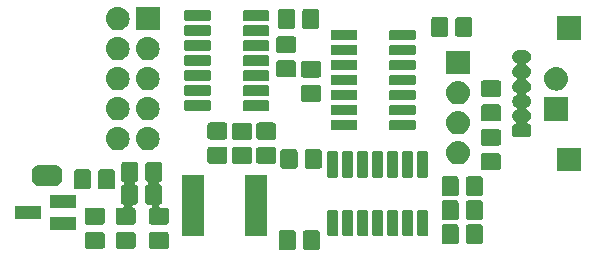
<source format=gts>
G04 #@! TF.GenerationSoftware,KiCad,Pcbnew,(5.1.4)-1*
G04 #@! TF.CreationDate,2019-12-07T15:53:33+00:00*
G04 #@! TF.ProjectId,analog,616e616c-6f67-42e6-9b69-6361645f7063,rev?*
G04 #@! TF.SameCoordinates,Original*
G04 #@! TF.FileFunction,Soldermask,Top*
G04 #@! TF.FilePolarity,Negative*
%FSLAX46Y46*%
G04 Gerber Fmt 4.6, Leading zero omitted, Abs format (unit mm)*
G04 Created by KiCad (PCBNEW (5.1.4)-1) date 2019-12-07 15:53:33*
%MOMM*%
%LPD*%
G04 APERTURE LIST*
%ADD10C,0.100000*%
G04 APERTURE END LIST*
D10*
G36*
X54736101Y-52302222D02*
G01*
X54781330Y-52315942D01*
X54823014Y-52338222D01*
X54859551Y-52368209D01*
X54889538Y-52404746D01*
X54911818Y-52446430D01*
X54925538Y-52491659D01*
X54930800Y-52545085D01*
X54930800Y-53748835D01*
X54925538Y-53802261D01*
X54911818Y-53847490D01*
X54889538Y-53889174D01*
X54859551Y-53925711D01*
X54823014Y-53955698D01*
X54781330Y-53977978D01*
X54736101Y-53991698D01*
X54682675Y-53996960D01*
X53728925Y-53996960D01*
X53675499Y-53991698D01*
X53630270Y-53977978D01*
X53588586Y-53955698D01*
X53552049Y-53925711D01*
X53522062Y-53889174D01*
X53499782Y-53847490D01*
X53486062Y-53802261D01*
X53480800Y-53748835D01*
X53480800Y-52545085D01*
X53486062Y-52491659D01*
X53499782Y-52446430D01*
X53522062Y-52404746D01*
X53552049Y-52368209D01*
X53588586Y-52338222D01*
X53630270Y-52315942D01*
X53675499Y-52302222D01*
X53728925Y-52296960D01*
X54682675Y-52296960D01*
X54736101Y-52302222D01*
X54736101Y-52302222D01*
G37*
G36*
X52686101Y-52302222D02*
G01*
X52731330Y-52315942D01*
X52773014Y-52338222D01*
X52809551Y-52368209D01*
X52839538Y-52404746D01*
X52861818Y-52446430D01*
X52875538Y-52491659D01*
X52880800Y-52545085D01*
X52880800Y-53748835D01*
X52875538Y-53802261D01*
X52861818Y-53847490D01*
X52839538Y-53889174D01*
X52809551Y-53925711D01*
X52773014Y-53955698D01*
X52731330Y-53977978D01*
X52686101Y-53991698D01*
X52632675Y-53996960D01*
X51678925Y-53996960D01*
X51625499Y-53991698D01*
X51580270Y-53977978D01*
X51538586Y-53955698D01*
X51502049Y-53925711D01*
X51472062Y-53889174D01*
X51449782Y-53847490D01*
X51436062Y-53802261D01*
X51430800Y-53748835D01*
X51430800Y-52545085D01*
X51436062Y-52491659D01*
X51449782Y-52446430D01*
X51472062Y-52404746D01*
X51502049Y-52368209D01*
X51538586Y-52338222D01*
X51580270Y-52315942D01*
X51625499Y-52302222D01*
X51678925Y-52296960D01*
X52632675Y-52296960D01*
X52686101Y-52302222D01*
X52686101Y-52302222D01*
G37*
G36*
X36513301Y-52436222D02*
G01*
X36558530Y-52449942D01*
X36600214Y-52472222D01*
X36636751Y-52502209D01*
X36666738Y-52538746D01*
X36689018Y-52580430D01*
X36702738Y-52625659D01*
X36708000Y-52679085D01*
X36708000Y-53632835D01*
X36702738Y-53686261D01*
X36689018Y-53731490D01*
X36666738Y-53773174D01*
X36636751Y-53809711D01*
X36600214Y-53839698D01*
X36558530Y-53861978D01*
X36513301Y-53875698D01*
X36459875Y-53880960D01*
X35256125Y-53880960D01*
X35202699Y-53875698D01*
X35157470Y-53861978D01*
X35115786Y-53839698D01*
X35079249Y-53809711D01*
X35049262Y-53773174D01*
X35026982Y-53731490D01*
X35013262Y-53686261D01*
X35008000Y-53632835D01*
X35008000Y-52679085D01*
X35013262Y-52625659D01*
X35026982Y-52580430D01*
X35049262Y-52538746D01*
X35079249Y-52502209D01*
X35115786Y-52472222D01*
X35157470Y-52449942D01*
X35202699Y-52436222D01*
X35256125Y-52430960D01*
X36459875Y-52430960D01*
X36513301Y-52436222D01*
X36513301Y-52436222D01*
G37*
G36*
X39129501Y-52436222D02*
G01*
X39174730Y-52449942D01*
X39216414Y-52472222D01*
X39252951Y-52502209D01*
X39282938Y-52538746D01*
X39305218Y-52580430D01*
X39318938Y-52625659D01*
X39324200Y-52679085D01*
X39324200Y-53632835D01*
X39318938Y-53686261D01*
X39305218Y-53731490D01*
X39282938Y-53773174D01*
X39252951Y-53809711D01*
X39216414Y-53839698D01*
X39174730Y-53861978D01*
X39129501Y-53875698D01*
X39076075Y-53880960D01*
X37872325Y-53880960D01*
X37818899Y-53875698D01*
X37773670Y-53861978D01*
X37731986Y-53839698D01*
X37695449Y-53809711D01*
X37665462Y-53773174D01*
X37643182Y-53731490D01*
X37629462Y-53686261D01*
X37624200Y-53632835D01*
X37624200Y-52679085D01*
X37629462Y-52625659D01*
X37643182Y-52580430D01*
X37665462Y-52538746D01*
X37695449Y-52502209D01*
X37731986Y-52472222D01*
X37773670Y-52449942D01*
X37818899Y-52436222D01*
X37872325Y-52430960D01*
X39076075Y-52430960D01*
X39129501Y-52436222D01*
X39129501Y-52436222D01*
G37*
G36*
X41948901Y-52436222D02*
G01*
X41994130Y-52449942D01*
X42035814Y-52472222D01*
X42072351Y-52502209D01*
X42102338Y-52538746D01*
X42124618Y-52580430D01*
X42138338Y-52625659D01*
X42143600Y-52679085D01*
X42143600Y-53632835D01*
X42138338Y-53686261D01*
X42124618Y-53731490D01*
X42102338Y-53773174D01*
X42072351Y-53809711D01*
X42035814Y-53839698D01*
X41994130Y-53861978D01*
X41948901Y-53875698D01*
X41895475Y-53880960D01*
X40691725Y-53880960D01*
X40638299Y-53875698D01*
X40593070Y-53861978D01*
X40551386Y-53839698D01*
X40514849Y-53809711D01*
X40484862Y-53773174D01*
X40462582Y-53731490D01*
X40448862Y-53686261D01*
X40443600Y-53632835D01*
X40443600Y-52679085D01*
X40448862Y-52625659D01*
X40462582Y-52580430D01*
X40484862Y-52538746D01*
X40514849Y-52502209D01*
X40551386Y-52472222D01*
X40593070Y-52449942D01*
X40638299Y-52436222D01*
X40691725Y-52430960D01*
X41895475Y-52430960D01*
X41948901Y-52436222D01*
X41948901Y-52436222D01*
G37*
G36*
X68528301Y-51794222D02*
G01*
X68573530Y-51807942D01*
X68615214Y-51830222D01*
X68651751Y-51860209D01*
X68681738Y-51896746D01*
X68704018Y-51938430D01*
X68717738Y-51983659D01*
X68723000Y-52037085D01*
X68723000Y-53240835D01*
X68717738Y-53294261D01*
X68704018Y-53339490D01*
X68681738Y-53381174D01*
X68651751Y-53417711D01*
X68615214Y-53447698D01*
X68573530Y-53469978D01*
X68528301Y-53483698D01*
X68474875Y-53488960D01*
X67521125Y-53488960D01*
X67467699Y-53483698D01*
X67422470Y-53469978D01*
X67380786Y-53447698D01*
X67344249Y-53417711D01*
X67314262Y-53381174D01*
X67291982Y-53339490D01*
X67278262Y-53294261D01*
X67273000Y-53240835D01*
X67273000Y-52037085D01*
X67278262Y-51983659D01*
X67291982Y-51938430D01*
X67314262Y-51896746D01*
X67344249Y-51860209D01*
X67380786Y-51830222D01*
X67422470Y-51807942D01*
X67467699Y-51794222D01*
X67521125Y-51788960D01*
X68474875Y-51788960D01*
X68528301Y-51794222D01*
X68528301Y-51794222D01*
G37*
G36*
X66478301Y-51794222D02*
G01*
X66523530Y-51807942D01*
X66565214Y-51830222D01*
X66601751Y-51860209D01*
X66631738Y-51896746D01*
X66654018Y-51938430D01*
X66667738Y-51983659D01*
X66673000Y-52037085D01*
X66673000Y-53240835D01*
X66667738Y-53294261D01*
X66654018Y-53339490D01*
X66631738Y-53381174D01*
X66601751Y-53417711D01*
X66565214Y-53447698D01*
X66523530Y-53469978D01*
X66478301Y-53483698D01*
X66424875Y-53488960D01*
X65471125Y-53488960D01*
X65417699Y-53483698D01*
X65372470Y-53469978D01*
X65330786Y-53447698D01*
X65294249Y-53417711D01*
X65264262Y-53381174D01*
X65241982Y-53339490D01*
X65228262Y-53294261D01*
X65223000Y-53240835D01*
X65223000Y-52037085D01*
X65228262Y-51983659D01*
X65241982Y-51938430D01*
X65264262Y-51896746D01*
X65294249Y-51860209D01*
X65330786Y-51830222D01*
X65372470Y-51807942D01*
X65417699Y-51794222D01*
X65471125Y-51788960D01*
X66424875Y-51788960D01*
X66478301Y-51794222D01*
X66478301Y-51794222D01*
G37*
G36*
X56321292Y-50563651D02*
G01*
X56351187Y-50572720D01*
X56378742Y-50587448D01*
X56402892Y-50607268D01*
X56422712Y-50631418D01*
X56437440Y-50658973D01*
X56446509Y-50688868D01*
X56450200Y-50726346D01*
X56450200Y-52643574D01*
X56446509Y-52681052D01*
X56437440Y-52710947D01*
X56422712Y-52738502D01*
X56402892Y-52762652D01*
X56378742Y-52782472D01*
X56351187Y-52797200D01*
X56321292Y-52806269D01*
X56283814Y-52809960D01*
X55716586Y-52809960D01*
X55679108Y-52806269D01*
X55649213Y-52797200D01*
X55621658Y-52782472D01*
X55597508Y-52762652D01*
X55577688Y-52738502D01*
X55562960Y-52710947D01*
X55553891Y-52681052D01*
X55550200Y-52643574D01*
X55550200Y-50726346D01*
X55553891Y-50688868D01*
X55562960Y-50658973D01*
X55577688Y-50631418D01*
X55597508Y-50607268D01*
X55621658Y-50587448D01*
X55649213Y-50572720D01*
X55679108Y-50563651D01*
X55716586Y-50559960D01*
X56283814Y-50559960D01*
X56321292Y-50563651D01*
X56321292Y-50563651D01*
G37*
G36*
X57591292Y-50563651D02*
G01*
X57621187Y-50572720D01*
X57648742Y-50587448D01*
X57672892Y-50607268D01*
X57692712Y-50631418D01*
X57707440Y-50658973D01*
X57716509Y-50688868D01*
X57720200Y-50726346D01*
X57720200Y-52643574D01*
X57716509Y-52681052D01*
X57707440Y-52710947D01*
X57692712Y-52738502D01*
X57672892Y-52762652D01*
X57648742Y-52782472D01*
X57621187Y-52797200D01*
X57591292Y-52806269D01*
X57553814Y-52809960D01*
X56986586Y-52809960D01*
X56949108Y-52806269D01*
X56919213Y-52797200D01*
X56891658Y-52782472D01*
X56867508Y-52762652D01*
X56847688Y-52738502D01*
X56832960Y-52710947D01*
X56823891Y-52681052D01*
X56820200Y-52643574D01*
X56820200Y-50726346D01*
X56823891Y-50688868D01*
X56832960Y-50658973D01*
X56847688Y-50631418D01*
X56867508Y-50607268D01*
X56891658Y-50587448D01*
X56919213Y-50572720D01*
X56949108Y-50563651D01*
X56986586Y-50559960D01*
X57553814Y-50559960D01*
X57591292Y-50563651D01*
X57591292Y-50563651D01*
G37*
G36*
X58861292Y-50563651D02*
G01*
X58891187Y-50572720D01*
X58918742Y-50587448D01*
X58942892Y-50607268D01*
X58962712Y-50631418D01*
X58977440Y-50658973D01*
X58986509Y-50688868D01*
X58990200Y-50726346D01*
X58990200Y-52643574D01*
X58986509Y-52681052D01*
X58977440Y-52710947D01*
X58962712Y-52738502D01*
X58942892Y-52762652D01*
X58918742Y-52782472D01*
X58891187Y-52797200D01*
X58861292Y-52806269D01*
X58823814Y-52809960D01*
X58256586Y-52809960D01*
X58219108Y-52806269D01*
X58189213Y-52797200D01*
X58161658Y-52782472D01*
X58137508Y-52762652D01*
X58117688Y-52738502D01*
X58102960Y-52710947D01*
X58093891Y-52681052D01*
X58090200Y-52643574D01*
X58090200Y-50726346D01*
X58093891Y-50688868D01*
X58102960Y-50658973D01*
X58117688Y-50631418D01*
X58137508Y-50607268D01*
X58161658Y-50587448D01*
X58189213Y-50572720D01*
X58219108Y-50563651D01*
X58256586Y-50559960D01*
X58823814Y-50559960D01*
X58861292Y-50563651D01*
X58861292Y-50563651D01*
G37*
G36*
X60131292Y-50563651D02*
G01*
X60161187Y-50572720D01*
X60188742Y-50587448D01*
X60212892Y-50607268D01*
X60232712Y-50631418D01*
X60247440Y-50658973D01*
X60256509Y-50688868D01*
X60260200Y-50726346D01*
X60260200Y-52643574D01*
X60256509Y-52681052D01*
X60247440Y-52710947D01*
X60232712Y-52738502D01*
X60212892Y-52762652D01*
X60188742Y-52782472D01*
X60161187Y-52797200D01*
X60131292Y-52806269D01*
X60093814Y-52809960D01*
X59526586Y-52809960D01*
X59489108Y-52806269D01*
X59459213Y-52797200D01*
X59431658Y-52782472D01*
X59407508Y-52762652D01*
X59387688Y-52738502D01*
X59372960Y-52710947D01*
X59363891Y-52681052D01*
X59360200Y-52643574D01*
X59360200Y-50726346D01*
X59363891Y-50688868D01*
X59372960Y-50658973D01*
X59387688Y-50631418D01*
X59407508Y-50607268D01*
X59431658Y-50587448D01*
X59459213Y-50572720D01*
X59489108Y-50563651D01*
X59526586Y-50559960D01*
X60093814Y-50559960D01*
X60131292Y-50563651D01*
X60131292Y-50563651D01*
G37*
G36*
X61401292Y-50563651D02*
G01*
X61431187Y-50572720D01*
X61458742Y-50587448D01*
X61482892Y-50607268D01*
X61502712Y-50631418D01*
X61517440Y-50658973D01*
X61526509Y-50688868D01*
X61530200Y-50726346D01*
X61530200Y-52643574D01*
X61526509Y-52681052D01*
X61517440Y-52710947D01*
X61502712Y-52738502D01*
X61482892Y-52762652D01*
X61458742Y-52782472D01*
X61431187Y-52797200D01*
X61401292Y-52806269D01*
X61363814Y-52809960D01*
X60796586Y-52809960D01*
X60759108Y-52806269D01*
X60729213Y-52797200D01*
X60701658Y-52782472D01*
X60677508Y-52762652D01*
X60657688Y-52738502D01*
X60642960Y-52710947D01*
X60633891Y-52681052D01*
X60630200Y-52643574D01*
X60630200Y-50726346D01*
X60633891Y-50688868D01*
X60642960Y-50658973D01*
X60657688Y-50631418D01*
X60677508Y-50607268D01*
X60701658Y-50587448D01*
X60729213Y-50572720D01*
X60759108Y-50563651D01*
X60796586Y-50559960D01*
X61363814Y-50559960D01*
X61401292Y-50563651D01*
X61401292Y-50563651D01*
G37*
G36*
X62671292Y-50563651D02*
G01*
X62701187Y-50572720D01*
X62728742Y-50587448D01*
X62752892Y-50607268D01*
X62772712Y-50631418D01*
X62787440Y-50658973D01*
X62796509Y-50688868D01*
X62800200Y-50726346D01*
X62800200Y-52643574D01*
X62796509Y-52681052D01*
X62787440Y-52710947D01*
X62772712Y-52738502D01*
X62752892Y-52762652D01*
X62728742Y-52782472D01*
X62701187Y-52797200D01*
X62671292Y-52806269D01*
X62633814Y-52809960D01*
X62066586Y-52809960D01*
X62029108Y-52806269D01*
X61999213Y-52797200D01*
X61971658Y-52782472D01*
X61947508Y-52762652D01*
X61927688Y-52738502D01*
X61912960Y-52710947D01*
X61903891Y-52681052D01*
X61900200Y-52643574D01*
X61900200Y-50726346D01*
X61903891Y-50688868D01*
X61912960Y-50658973D01*
X61927688Y-50631418D01*
X61947508Y-50607268D01*
X61971658Y-50587448D01*
X61999213Y-50572720D01*
X62029108Y-50563651D01*
X62066586Y-50559960D01*
X62633814Y-50559960D01*
X62671292Y-50563651D01*
X62671292Y-50563651D01*
G37*
G36*
X63941292Y-50563651D02*
G01*
X63971187Y-50572720D01*
X63998742Y-50587448D01*
X64022892Y-50607268D01*
X64042712Y-50631418D01*
X64057440Y-50658973D01*
X64066509Y-50688868D01*
X64070200Y-50726346D01*
X64070200Y-52643574D01*
X64066509Y-52681052D01*
X64057440Y-52710947D01*
X64042712Y-52738502D01*
X64022892Y-52762652D01*
X63998742Y-52782472D01*
X63971187Y-52797200D01*
X63941292Y-52806269D01*
X63903814Y-52809960D01*
X63336586Y-52809960D01*
X63299108Y-52806269D01*
X63269213Y-52797200D01*
X63241658Y-52782472D01*
X63217508Y-52762652D01*
X63197688Y-52738502D01*
X63182960Y-52710947D01*
X63173891Y-52681052D01*
X63170200Y-52643574D01*
X63170200Y-50726346D01*
X63173891Y-50688868D01*
X63182960Y-50658973D01*
X63197688Y-50631418D01*
X63217508Y-50607268D01*
X63241658Y-50587448D01*
X63269213Y-50572720D01*
X63299108Y-50563651D01*
X63336586Y-50559960D01*
X63903814Y-50559960D01*
X63941292Y-50563651D01*
X63941292Y-50563651D01*
G37*
G36*
X45151900Y-52778060D02*
G01*
X43251900Y-52778060D01*
X43251900Y-47623060D01*
X45151900Y-47623060D01*
X45151900Y-52778060D01*
X45151900Y-52778060D01*
G37*
G36*
X50460500Y-52778060D02*
G01*
X48560500Y-52778060D01*
X48560500Y-47623060D01*
X50460500Y-47623060D01*
X50460500Y-52778060D01*
X50460500Y-52778060D01*
G37*
G36*
X34292400Y-52310160D02*
G01*
X32092400Y-52310160D01*
X32092400Y-51210160D01*
X34292400Y-51210160D01*
X34292400Y-52310160D01*
X34292400Y-52310160D01*
G37*
G36*
X39351101Y-46511022D02*
G01*
X39396330Y-46524742D01*
X39438014Y-46547022D01*
X39474551Y-46577009D01*
X39504538Y-46613546D01*
X39526818Y-46655230D01*
X39540538Y-46700459D01*
X39545800Y-46753885D01*
X39545800Y-47957635D01*
X39540538Y-48011061D01*
X39526818Y-48056290D01*
X39504538Y-48097974D01*
X39474551Y-48134511D01*
X39438014Y-48164498D01*
X39396335Y-48186775D01*
X39351386Y-48200410D01*
X39327842Y-48210163D01*
X39306652Y-48224321D01*
X39288632Y-48242341D01*
X39274474Y-48263530D01*
X39264721Y-48287074D01*
X39259749Y-48312069D01*
X39259749Y-48337553D01*
X39264720Y-48362548D01*
X39274473Y-48386092D01*
X39288631Y-48407282D01*
X39306651Y-48425302D01*
X39327840Y-48439460D01*
X39351384Y-48449213D01*
X39370932Y-48455143D01*
X39412614Y-48477422D01*
X39449151Y-48507409D01*
X39479138Y-48543946D01*
X39501418Y-48585630D01*
X39515138Y-48630859D01*
X39520400Y-48684285D01*
X39520400Y-49888035D01*
X39515138Y-49941461D01*
X39501418Y-49986690D01*
X39479138Y-50028374D01*
X39449151Y-50064911D01*
X39412614Y-50094898D01*
X39370930Y-50117178D01*
X39325701Y-50130898D01*
X39272275Y-50136160D01*
X39181537Y-50136160D01*
X39156175Y-50138658D01*
X39131789Y-50146056D01*
X39109313Y-50158069D01*
X39089614Y-50174236D01*
X39073447Y-50193935D01*
X39061434Y-50216411D01*
X39054036Y-50240797D01*
X39051538Y-50266159D01*
X39054036Y-50291521D01*
X39061434Y-50315907D01*
X39073447Y-50338383D01*
X39089614Y-50358082D01*
X39109313Y-50374249D01*
X39131789Y-50386262D01*
X39143801Y-50390560D01*
X39174730Y-50399942D01*
X39216414Y-50422222D01*
X39252951Y-50452209D01*
X39282938Y-50488746D01*
X39305218Y-50530430D01*
X39318938Y-50575659D01*
X39324200Y-50629085D01*
X39324200Y-51582835D01*
X39318938Y-51636261D01*
X39305218Y-51681490D01*
X39282938Y-51723174D01*
X39252951Y-51759711D01*
X39216414Y-51789698D01*
X39174730Y-51811978D01*
X39129501Y-51825698D01*
X39076075Y-51830960D01*
X37872325Y-51830960D01*
X37818899Y-51825698D01*
X37773670Y-51811978D01*
X37731986Y-51789698D01*
X37695449Y-51759711D01*
X37665462Y-51723174D01*
X37643182Y-51681490D01*
X37629462Y-51636261D01*
X37624200Y-51582835D01*
X37624200Y-50629085D01*
X37629462Y-50575659D01*
X37643182Y-50530430D01*
X37665462Y-50488746D01*
X37695449Y-50452209D01*
X37731986Y-50422222D01*
X37773670Y-50399942D01*
X37818899Y-50386222D01*
X37872325Y-50380960D01*
X38213063Y-50380960D01*
X38238425Y-50378462D01*
X38262811Y-50371064D01*
X38285287Y-50359051D01*
X38304986Y-50342884D01*
X38321153Y-50323185D01*
X38333166Y-50300709D01*
X38340564Y-50276323D01*
X38343062Y-50250961D01*
X38340564Y-50225599D01*
X38333166Y-50201213D01*
X38321153Y-50178737D01*
X38304986Y-50159038D01*
X38285287Y-50142871D01*
X38262811Y-50130858D01*
X38250799Y-50126560D01*
X38219870Y-50117178D01*
X38178186Y-50094898D01*
X38141649Y-50064911D01*
X38111662Y-50028374D01*
X38089382Y-49986690D01*
X38075662Y-49941461D01*
X38070400Y-49888035D01*
X38070400Y-48684285D01*
X38075662Y-48630859D01*
X38089382Y-48585630D01*
X38111662Y-48543946D01*
X38141649Y-48507409D01*
X38178186Y-48477422D01*
X38219865Y-48455145D01*
X38264814Y-48441510D01*
X38288358Y-48431757D01*
X38309548Y-48417599D01*
X38327568Y-48399579D01*
X38341726Y-48378390D01*
X38351479Y-48354846D01*
X38356451Y-48329851D01*
X38356451Y-48304367D01*
X38351480Y-48279372D01*
X38341727Y-48255828D01*
X38327569Y-48234638D01*
X38309549Y-48216618D01*
X38288360Y-48202460D01*
X38264816Y-48192707D01*
X38245268Y-48186777D01*
X38203586Y-48164498D01*
X38167049Y-48134511D01*
X38137062Y-48097974D01*
X38114782Y-48056290D01*
X38101062Y-48011061D01*
X38095800Y-47957635D01*
X38095800Y-46753885D01*
X38101062Y-46700459D01*
X38114782Y-46655230D01*
X38137062Y-46613546D01*
X38167049Y-46577009D01*
X38203586Y-46547022D01*
X38245270Y-46524742D01*
X38290499Y-46511022D01*
X38343925Y-46505760D01*
X39297675Y-46505760D01*
X39351101Y-46511022D01*
X39351101Y-46511022D01*
G37*
G36*
X36513301Y-50386222D02*
G01*
X36558530Y-50399942D01*
X36600214Y-50422222D01*
X36636751Y-50452209D01*
X36666738Y-50488746D01*
X36689018Y-50530430D01*
X36702738Y-50575659D01*
X36708000Y-50629085D01*
X36708000Y-51582835D01*
X36702738Y-51636261D01*
X36689018Y-51681490D01*
X36666738Y-51723174D01*
X36636751Y-51759711D01*
X36600214Y-51789698D01*
X36558530Y-51811978D01*
X36513301Y-51825698D01*
X36459875Y-51830960D01*
X35256125Y-51830960D01*
X35202699Y-51825698D01*
X35157470Y-51811978D01*
X35115786Y-51789698D01*
X35079249Y-51759711D01*
X35049262Y-51723174D01*
X35026982Y-51681490D01*
X35013262Y-51636261D01*
X35008000Y-51582835D01*
X35008000Y-50629085D01*
X35013262Y-50575659D01*
X35026982Y-50530430D01*
X35049262Y-50488746D01*
X35079249Y-50452209D01*
X35115786Y-50422222D01*
X35157470Y-50399942D01*
X35202699Y-50386222D01*
X35256125Y-50380960D01*
X36459875Y-50380960D01*
X36513301Y-50386222D01*
X36513301Y-50386222D01*
G37*
G36*
X41401101Y-46511022D02*
G01*
X41446330Y-46524742D01*
X41488014Y-46547022D01*
X41524551Y-46577009D01*
X41554538Y-46613546D01*
X41576818Y-46655230D01*
X41590538Y-46700459D01*
X41595800Y-46753885D01*
X41595800Y-47957635D01*
X41590538Y-48011061D01*
X41576818Y-48056290D01*
X41554538Y-48097974D01*
X41524551Y-48134511D01*
X41488014Y-48164498D01*
X41446335Y-48186775D01*
X41401386Y-48200410D01*
X41377842Y-48210163D01*
X41356652Y-48224321D01*
X41338632Y-48242341D01*
X41324474Y-48263530D01*
X41314721Y-48287074D01*
X41309749Y-48312069D01*
X41309749Y-48337553D01*
X41314720Y-48362548D01*
X41324473Y-48386092D01*
X41338631Y-48407282D01*
X41356651Y-48425302D01*
X41377840Y-48439460D01*
X41401384Y-48449213D01*
X41420932Y-48455143D01*
X41462614Y-48477422D01*
X41499151Y-48507409D01*
X41529138Y-48543946D01*
X41551418Y-48585630D01*
X41565138Y-48630859D01*
X41570400Y-48684285D01*
X41570400Y-49888035D01*
X41565138Y-49941461D01*
X41551418Y-49986690D01*
X41529138Y-50028374D01*
X41499151Y-50064911D01*
X41462614Y-50094898D01*
X41420930Y-50117178D01*
X41390001Y-50126560D01*
X41366456Y-50136312D01*
X41345267Y-50150470D01*
X41327247Y-50168490D01*
X41313088Y-50189680D01*
X41303336Y-50213224D01*
X41298364Y-50238219D01*
X41298364Y-50263703D01*
X41303336Y-50288697D01*
X41313088Y-50312242D01*
X41327246Y-50333431D01*
X41345266Y-50351451D01*
X41366456Y-50365610D01*
X41390000Y-50375362D01*
X41414995Y-50380334D01*
X41427737Y-50380960D01*
X41895475Y-50380960D01*
X41948901Y-50386222D01*
X41994130Y-50399942D01*
X42035814Y-50422222D01*
X42072351Y-50452209D01*
X42102338Y-50488746D01*
X42124618Y-50530430D01*
X42138338Y-50575659D01*
X42143600Y-50629085D01*
X42143600Y-51582835D01*
X42138338Y-51636261D01*
X42124618Y-51681490D01*
X42102338Y-51723174D01*
X42072351Y-51759711D01*
X42035814Y-51789698D01*
X41994130Y-51811978D01*
X41948901Y-51825698D01*
X41895475Y-51830960D01*
X40691725Y-51830960D01*
X40638299Y-51825698D01*
X40593070Y-51811978D01*
X40551386Y-51789698D01*
X40514849Y-51759711D01*
X40484862Y-51723174D01*
X40462582Y-51681490D01*
X40448862Y-51636261D01*
X40443600Y-51582835D01*
X40443600Y-50629085D01*
X40448862Y-50575659D01*
X40462582Y-50530430D01*
X40484862Y-50488746D01*
X40514849Y-50452209D01*
X40551386Y-50422222D01*
X40593070Y-50399942D01*
X40623999Y-50390560D01*
X40647544Y-50380808D01*
X40668733Y-50366650D01*
X40686753Y-50348630D01*
X40700912Y-50327440D01*
X40710664Y-50303896D01*
X40715636Y-50278901D01*
X40715636Y-50253417D01*
X40710664Y-50228423D01*
X40700912Y-50204878D01*
X40686754Y-50183689D01*
X40668734Y-50165669D01*
X40647544Y-50151510D01*
X40624000Y-50141758D01*
X40599005Y-50136786D01*
X40586263Y-50136160D01*
X40368525Y-50136160D01*
X40315099Y-50130898D01*
X40269870Y-50117178D01*
X40228186Y-50094898D01*
X40191649Y-50064911D01*
X40161662Y-50028374D01*
X40139382Y-49986690D01*
X40125662Y-49941461D01*
X40120400Y-49888035D01*
X40120400Y-48684285D01*
X40125662Y-48630859D01*
X40139382Y-48585630D01*
X40161662Y-48543946D01*
X40191649Y-48507409D01*
X40228186Y-48477422D01*
X40269865Y-48455145D01*
X40314814Y-48441510D01*
X40338358Y-48431757D01*
X40359548Y-48417599D01*
X40377568Y-48399579D01*
X40391726Y-48378390D01*
X40401479Y-48354846D01*
X40406451Y-48329851D01*
X40406451Y-48304367D01*
X40401480Y-48279372D01*
X40391727Y-48255828D01*
X40377569Y-48234638D01*
X40359549Y-48216618D01*
X40338360Y-48202460D01*
X40314816Y-48192707D01*
X40295268Y-48186777D01*
X40253586Y-48164498D01*
X40217049Y-48134511D01*
X40187062Y-48097974D01*
X40164782Y-48056290D01*
X40151062Y-48011061D01*
X40145800Y-47957635D01*
X40145800Y-46753885D01*
X40151062Y-46700459D01*
X40164782Y-46655230D01*
X40187062Y-46613546D01*
X40217049Y-46577009D01*
X40253586Y-46547022D01*
X40295270Y-46524742D01*
X40340499Y-46511022D01*
X40393925Y-46505760D01*
X41347675Y-46505760D01*
X41401101Y-46511022D01*
X41401101Y-46511022D01*
G37*
G36*
X68528301Y-49762222D02*
G01*
X68573530Y-49775942D01*
X68615214Y-49798222D01*
X68651751Y-49828209D01*
X68681738Y-49864746D01*
X68704018Y-49906430D01*
X68717738Y-49951659D01*
X68723000Y-50005085D01*
X68723000Y-51208835D01*
X68717738Y-51262261D01*
X68704018Y-51307490D01*
X68681738Y-51349174D01*
X68651751Y-51385711D01*
X68615214Y-51415698D01*
X68573530Y-51437978D01*
X68528301Y-51451698D01*
X68474875Y-51456960D01*
X67521125Y-51456960D01*
X67467699Y-51451698D01*
X67422470Y-51437978D01*
X67380786Y-51415698D01*
X67344249Y-51385711D01*
X67314262Y-51349174D01*
X67291982Y-51307490D01*
X67278262Y-51262261D01*
X67273000Y-51208835D01*
X67273000Y-50005085D01*
X67278262Y-49951659D01*
X67291982Y-49906430D01*
X67314262Y-49864746D01*
X67344249Y-49828209D01*
X67380786Y-49798222D01*
X67422470Y-49775942D01*
X67467699Y-49762222D01*
X67521125Y-49756960D01*
X68474875Y-49756960D01*
X68528301Y-49762222D01*
X68528301Y-49762222D01*
G37*
G36*
X66478301Y-49762222D02*
G01*
X66523530Y-49775942D01*
X66565214Y-49798222D01*
X66601751Y-49828209D01*
X66631738Y-49864746D01*
X66654018Y-49906430D01*
X66667738Y-49951659D01*
X66673000Y-50005085D01*
X66673000Y-51208835D01*
X66667738Y-51262261D01*
X66654018Y-51307490D01*
X66631738Y-51349174D01*
X66601751Y-51385711D01*
X66565214Y-51415698D01*
X66523530Y-51437978D01*
X66478301Y-51451698D01*
X66424875Y-51456960D01*
X65471125Y-51456960D01*
X65417699Y-51451698D01*
X65372470Y-51437978D01*
X65330786Y-51415698D01*
X65294249Y-51385711D01*
X65264262Y-51349174D01*
X65241982Y-51307490D01*
X65228262Y-51262261D01*
X65223000Y-51208835D01*
X65223000Y-50005085D01*
X65228262Y-49951659D01*
X65241982Y-49906430D01*
X65264262Y-49864746D01*
X65294249Y-49828209D01*
X65330786Y-49798222D01*
X65372470Y-49775942D01*
X65417699Y-49762222D01*
X65471125Y-49756960D01*
X66424875Y-49756960D01*
X66478301Y-49762222D01*
X66478301Y-49762222D01*
G37*
G36*
X31292400Y-51360160D02*
G01*
X29092400Y-51360160D01*
X29092400Y-50260160D01*
X31292400Y-50260160D01*
X31292400Y-51360160D01*
X31292400Y-51360160D01*
G37*
G36*
X34292400Y-50410160D02*
G01*
X32092400Y-50410160D01*
X32092400Y-49310160D01*
X34292400Y-49310160D01*
X34292400Y-50410160D01*
X34292400Y-50410160D01*
G37*
G36*
X68528301Y-47730222D02*
G01*
X68573530Y-47743942D01*
X68615214Y-47766222D01*
X68651751Y-47796209D01*
X68681738Y-47832746D01*
X68704018Y-47874430D01*
X68717738Y-47919659D01*
X68723000Y-47973085D01*
X68723000Y-49176835D01*
X68717738Y-49230261D01*
X68704018Y-49275490D01*
X68681738Y-49317174D01*
X68651751Y-49353711D01*
X68615214Y-49383698D01*
X68573530Y-49405978D01*
X68528301Y-49419698D01*
X68474875Y-49424960D01*
X67521125Y-49424960D01*
X67467699Y-49419698D01*
X67422470Y-49405978D01*
X67380786Y-49383698D01*
X67344249Y-49353711D01*
X67314262Y-49317174D01*
X67291982Y-49275490D01*
X67278262Y-49230261D01*
X67273000Y-49176835D01*
X67273000Y-47973085D01*
X67278262Y-47919659D01*
X67291982Y-47874430D01*
X67314262Y-47832746D01*
X67344249Y-47796209D01*
X67380786Y-47766222D01*
X67422470Y-47743942D01*
X67467699Y-47730222D01*
X67521125Y-47724960D01*
X68474875Y-47724960D01*
X68528301Y-47730222D01*
X68528301Y-47730222D01*
G37*
G36*
X66478301Y-47730222D02*
G01*
X66523530Y-47743942D01*
X66565214Y-47766222D01*
X66601751Y-47796209D01*
X66631738Y-47832746D01*
X66654018Y-47874430D01*
X66667738Y-47919659D01*
X66673000Y-47973085D01*
X66673000Y-49176835D01*
X66667738Y-49230261D01*
X66654018Y-49275490D01*
X66631738Y-49317174D01*
X66601751Y-49353711D01*
X66565214Y-49383698D01*
X66523530Y-49405978D01*
X66478301Y-49419698D01*
X66424875Y-49424960D01*
X65471125Y-49424960D01*
X65417699Y-49419698D01*
X65372470Y-49405978D01*
X65330786Y-49383698D01*
X65294249Y-49353711D01*
X65264262Y-49317174D01*
X65241982Y-49275490D01*
X65228262Y-49230261D01*
X65223000Y-49176835D01*
X65223000Y-47973085D01*
X65228262Y-47919659D01*
X65241982Y-47874430D01*
X65264262Y-47832746D01*
X65294249Y-47796209D01*
X65330786Y-47766222D01*
X65372470Y-47743942D01*
X65417699Y-47730222D01*
X65471125Y-47724960D01*
X66424875Y-47724960D01*
X66478301Y-47730222D01*
X66478301Y-47730222D01*
G37*
G36*
X37387901Y-47146022D02*
G01*
X37433130Y-47159742D01*
X37474814Y-47182022D01*
X37511351Y-47212009D01*
X37541338Y-47248546D01*
X37563618Y-47290230D01*
X37577338Y-47335459D01*
X37582600Y-47388885D01*
X37582600Y-48592635D01*
X37577338Y-48646061D01*
X37563618Y-48691290D01*
X37541338Y-48732974D01*
X37511351Y-48769511D01*
X37474814Y-48799498D01*
X37433130Y-48821778D01*
X37387901Y-48835498D01*
X37334475Y-48840760D01*
X36380725Y-48840760D01*
X36327299Y-48835498D01*
X36282070Y-48821778D01*
X36240386Y-48799498D01*
X36203849Y-48769511D01*
X36173862Y-48732974D01*
X36151582Y-48691290D01*
X36137862Y-48646061D01*
X36132600Y-48592635D01*
X36132600Y-47388885D01*
X36137862Y-47335459D01*
X36151582Y-47290230D01*
X36173862Y-47248546D01*
X36203849Y-47212009D01*
X36240386Y-47182022D01*
X36282070Y-47159742D01*
X36327299Y-47146022D01*
X36380725Y-47140760D01*
X37334475Y-47140760D01*
X37387901Y-47146022D01*
X37387901Y-47146022D01*
G37*
G36*
X35337901Y-47146022D02*
G01*
X35383130Y-47159742D01*
X35424814Y-47182022D01*
X35461351Y-47212009D01*
X35491338Y-47248546D01*
X35513618Y-47290230D01*
X35527338Y-47335459D01*
X35532600Y-47388885D01*
X35532600Y-48592635D01*
X35527338Y-48646061D01*
X35513618Y-48691290D01*
X35491338Y-48732974D01*
X35461351Y-48769511D01*
X35424814Y-48799498D01*
X35383130Y-48821778D01*
X35337901Y-48835498D01*
X35284475Y-48840760D01*
X34330725Y-48840760D01*
X34277299Y-48835498D01*
X34232070Y-48821778D01*
X34190386Y-48799498D01*
X34153849Y-48769511D01*
X34123862Y-48732974D01*
X34101582Y-48691290D01*
X34087862Y-48646061D01*
X34082600Y-48592635D01*
X34082600Y-47388885D01*
X34087862Y-47335459D01*
X34101582Y-47290230D01*
X34123862Y-47248546D01*
X34153849Y-47212009D01*
X34190386Y-47182022D01*
X34232070Y-47159742D01*
X34277299Y-47146022D01*
X34330725Y-47140760D01*
X35284475Y-47140760D01*
X35337901Y-47146022D01*
X35337901Y-47146022D01*
G37*
G36*
X31698806Y-46762730D02*
G01*
X31708817Y-46765767D01*
X31727080Y-46771307D01*
X31751313Y-46784260D01*
X31758119Y-46787898D01*
X31781663Y-46797650D01*
X31806658Y-46802622D01*
X31832142Y-46802622D01*
X31857136Y-46797650D01*
X31880681Y-46787898D01*
X31887487Y-46784260D01*
X31911720Y-46771307D01*
X31929983Y-46765767D01*
X31939994Y-46762730D01*
X31975786Y-46759205D01*
X32463014Y-46759205D01*
X32481107Y-46760987D01*
X32493849Y-46761613D01*
X32512023Y-46761613D01*
X32554202Y-46765767D01*
X32637799Y-46782396D01*
X32643939Y-46784258D01*
X32643947Y-46784260D01*
X32672222Y-46792837D01*
X32672225Y-46792838D01*
X32678363Y-46794700D01*
X32757116Y-46827320D01*
X32762774Y-46830344D01*
X32762778Y-46830346D01*
X32788837Y-46844275D01*
X32788844Y-46844280D01*
X32794500Y-46847303D01*
X32865377Y-46894661D01*
X32898137Y-46921547D01*
X32958413Y-46981823D01*
X32985299Y-47014583D01*
X33032657Y-47085460D01*
X33035680Y-47091116D01*
X33035685Y-47091123D01*
X33049614Y-47117182D01*
X33049616Y-47117186D01*
X33052640Y-47122844D01*
X33085260Y-47201597D01*
X33087122Y-47207735D01*
X33087123Y-47207738D01*
X33095700Y-47236013D01*
X33095702Y-47236021D01*
X33097564Y-47242161D01*
X33114193Y-47325758D01*
X33118347Y-47367937D01*
X33118347Y-47386111D01*
X33118973Y-47398853D01*
X33120755Y-47416946D01*
X33120755Y-47904174D01*
X33118973Y-47922267D01*
X33118347Y-47935009D01*
X33118347Y-47953183D01*
X33114193Y-47995362D01*
X33097564Y-48078959D01*
X33095702Y-48085099D01*
X33095700Y-48085107D01*
X33087123Y-48113382D01*
X33085260Y-48119523D01*
X33052640Y-48198276D01*
X33049616Y-48203934D01*
X33049614Y-48203938D01*
X33035685Y-48229997D01*
X33035680Y-48230004D01*
X33032657Y-48235660D01*
X32985299Y-48306537D01*
X32958413Y-48339297D01*
X32898137Y-48399573D01*
X32865377Y-48426459D01*
X32794500Y-48473817D01*
X32788844Y-48476840D01*
X32788837Y-48476845D01*
X32762778Y-48490774D01*
X32762774Y-48490776D01*
X32757116Y-48493800D01*
X32678363Y-48526420D01*
X32672225Y-48528282D01*
X32672222Y-48528283D01*
X32643947Y-48536860D01*
X32643939Y-48536862D01*
X32637799Y-48538724D01*
X32554202Y-48555353D01*
X32512023Y-48559507D01*
X32493849Y-48559507D01*
X32481107Y-48560133D01*
X32469400Y-48561286D01*
X32463014Y-48561915D01*
X31975786Y-48561915D01*
X31939994Y-48558390D01*
X31925858Y-48554102D01*
X31911720Y-48549813D01*
X31885661Y-48535884D01*
X31885660Y-48535884D01*
X31880681Y-48533222D01*
X31857137Y-48523470D01*
X31832142Y-48518498D01*
X31806658Y-48518498D01*
X31781664Y-48523470D01*
X31758119Y-48533222D01*
X31753140Y-48535884D01*
X31753139Y-48535884D01*
X31727080Y-48549813D01*
X31712942Y-48554102D01*
X31698806Y-48558390D01*
X31663014Y-48561915D01*
X31175786Y-48561915D01*
X31157693Y-48560133D01*
X31144951Y-48559507D01*
X31126777Y-48559507D01*
X31084598Y-48555353D01*
X31001001Y-48538724D01*
X30994861Y-48536862D01*
X30994853Y-48536860D01*
X30966578Y-48528283D01*
X30966575Y-48528282D01*
X30960437Y-48526420D01*
X30881684Y-48493800D01*
X30876026Y-48490776D01*
X30876022Y-48490774D01*
X30849963Y-48476845D01*
X30849956Y-48476840D01*
X30844300Y-48473817D01*
X30773423Y-48426459D01*
X30740663Y-48399573D01*
X30680387Y-48339297D01*
X30653501Y-48306537D01*
X30606143Y-48235660D01*
X30603120Y-48230004D01*
X30603115Y-48229997D01*
X30589186Y-48203938D01*
X30589184Y-48203934D01*
X30586160Y-48198276D01*
X30553540Y-48119523D01*
X30551677Y-48113382D01*
X30543100Y-48085107D01*
X30543098Y-48085099D01*
X30541236Y-48078959D01*
X30524607Y-47995362D01*
X30520453Y-47953183D01*
X30520453Y-47935009D01*
X30519827Y-47922267D01*
X30518045Y-47904174D01*
X30518045Y-47416946D01*
X30519827Y-47398853D01*
X30520453Y-47386111D01*
X30520453Y-47367937D01*
X30524607Y-47325758D01*
X30541236Y-47242161D01*
X30543098Y-47236021D01*
X30543100Y-47236013D01*
X30551677Y-47207738D01*
X30551678Y-47207735D01*
X30553540Y-47201597D01*
X30586160Y-47122844D01*
X30589184Y-47117186D01*
X30589186Y-47117182D01*
X30603115Y-47091123D01*
X30603120Y-47091116D01*
X30606143Y-47085460D01*
X30653501Y-47014583D01*
X30680387Y-46981823D01*
X30740663Y-46921547D01*
X30773423Y-46894661D01*
X30844300Y-46847303D01*
X30849956Y-46844280D01*
X30849963Y-46844275D01*
X30876022Y-46830346D01*
X30876026Y-46830344D01*
X30881684Y-46827320D01*
X30960437Y-46794700D01*
X30966575Y-46792838D01*
X30966578Y-46792837D01*
X30994853Y-46784260D01*
X30994861Y-46784258D01*
X31001001Y-46782396D01*
X31084598Y-46765767D01*
X31126777Y-46761613D01*
X31144951Y-46761613D01*
X31157693Y-46760987D01*
X31175786Y-46759205D01*
X31663014Y-46759205D01*
X31698806Y-46762730D01*
X31698806Y-46762730D01*
G37*
G36*
X63941292Y-45613651D02*
G01*
X63971187Y-45622720D01*
X63998742Y-45637448D01*
X64022892Y-45657268D01*
X64042712Y-45681418D01*
X64057440Y-45708973D01*
X64066509Y-45738868D01*
X64070200Y-45776346D01*
X64070200Y-47693574D01*
X64066509Y-47731052D01*
X64057440Y-47760947D01*
X64042712Y-47788502D01*
X64022892Y-47812652D01*
X63998742Y-47832472D01*
X63971187Y-47847200D01*
X63941292Y-47856269D01*
X63903814Y-47859960D01*
X63336586Y-47859960D01*
X63299108Y-47856269D01*
X63269213Y-47847200D01*
X63241658Y-47832472D01*
X63217508Y-47812652D01*
X63197688Y-47788502D01*
X63182960Y-47760947D01*
X63173891Y-47731052D01*
X63170200Y-47693574D01*
X63170200Y-45776346D01*
X63173891Y-45738868D01*
X63182960Y-45708973D01*
X63197688Y-45681418D01*
X63217508Y-45657268D01*
X63241658Y-45637448D01*
X63269213Y-45622720D01*
X63299108Y-45613651D01*
X63336586Y-45609960D01*
X63903814Y-45609960D01*
X63941292Y-45613651D01*
X63941292Y-45613651D01*
G37*
G36*
X62671292Y-45613651D02*
G01*
X62701187Y-45622720D01*
X62728742Y-45637448D01*
X62752892Y-45657268D01*
X62772712Y-45681418D01*
X62787440Y-45708973D01*
X62796509Y-45738868D01*
X62800200Y-45776346D01*
X62800200Y-47693574D01*
X62796509Y-47731052D01*
X62787440Y-47760947D01*
X62772712Y-47788502D01*
X62752892Y-47812652D01*
X62728742Y-47832472D01*
X62701187Y-47847200D01*
X62671292Y-47856269D01*
X62633814Y-47859960D01*
X62066586Y-47859960D01*
X62029108Y-47856269D01*
X61999213Y-47847200D01*
X61971658Y-47832472D01*
X61947508Y-47812652D01*
X61927688Y-47788502D01*
X61912960Y-47760947D01*
X61903891Y-47731052D01*
X61900200Y-47693574D01*
X61900200Y-45776346D01*
X61903891Y-45738868D01*
X61912960Y-45708973D01*
X61927688Y-45681418D01*
X61947508Y-45657268D01*
X61971658Y-45637448D01*
X61999213Y-45622720D01*
X62029108Y-45613651D01*
X62066586Y-45609960D01*
X62633814Y-45609960D01*
X62671292Y-45613651D01*
X62671292Y-45613651D01*
G37*
G36*
X61401292Y-45613651D02*
G01*
X61431187Y-45622720D01*
X61458742Y-45637448D01*
X61482892Y-45657268D01*
X61502712Y-45681418D01*
X61517440Y-45708973D01*
X61526509Y-45738868D01*
X61530200Y-45776346D01*
X61530200Y-47693574D01*
X61526509Y-47731052D01*
X61517440Y-47760947D01*
X61502712Y-47788502D01*
X61482892Y-47812652D01*
X61458742Y-47832472D01*
X61431187Y-47847200D01*
X61401292Y-47856269D01*
X61363814Y-47859960D01*
X60796586Y-47859960D01*
X60759108Y-47856269D01*
X60729213Y-47847200D01*
X60701658Y-47832472D01*
X60677508Y-47812652D01*
X60657688Y-47788502D01*
X60642960Y-47760947D01*
X60633891Y-47731052D01*
X60630200Y-47693574D01*
X60630200Y-45776346D01*
X60633891Y-45738868D01*
X60642960Y-45708973D01*
X60657688Y-45681418D01*
X60677508Y-45657268D01*
X60701658Y-45637448D01*
X60729213Y-45622720D01*
X60759108Y-45613651D01*
X60796586Y-45609960D01*
X61363814Y-45609960D01*
X61401292Y-45613651D01*
X61401292Y-45613651D01*
G37*
G36*
X60131292Y-45613651D02*
G01*
X60161187Y-45622720D01*
X60188742Y-45637448D01*
X60212892Y-45657268D01*
X60232712Y-45681418D01*
X60247440Y-45708973D01*
X60256509Y-45738868D01*
X60260200Y-45776346D01*
X60260200Y-47693574D01*
X60256509Y-47731052D01*
X60247440Y-47760947D01*
X60232712Y-47788502D01*
X60212892Y-47812652D01*
X60188742Y-47832472D01*
X60161187Y-47847200D01*
X60131292Y-47856269D01*
X60093814Y-47859960D01*
X59526586Y-47859960D01*
X59489108Y-47856269D01*
X59459213Y-47847200D01*
X59431658Y-47832472D01*
X59407508Y-47812652D01*
X59387688Y-47788502D01*
X59372960Y-47760947D01*
X59363891Y-47731052D01*
X59360200Y-47693574D01*
X59360200Y-45776346D01*
X59363891Y-45738868D01*
X59372960Y-45708973D01*
X59387688Y-45681418D01*
X59407508Y-45657268D01*
X59431658Y-45637448D01*
X59459213Y-45622720D01*
X59489108Y-45613651D01*
X59526586Y-45609960D01*
X60093814Y-45609960D01*
X60131292Y-45613651D01*
X60131292Y-45613651D01*
G37*
G36*
X58861292Y-45613651D02*
G01*
X58891187Y-45622720D01*
X58918742Y-45637448D01*
X58942892Y-45657268D01*
X58962712Y-45681418D01*
X58977440Y-45708973D01*
X58986509Y-45738868D01*
X58990200Y-45776346D01*
X58990200Y-47693574D01*
X58986509Y-47731052D01*
X58977440Y-47760947D01*
X58962712Y-47788502D01*
X58942892Y-47812652D01*
X58918742Y-47832472D01*
X58891187Y-47847200D01*
X58861292Y-47856269D01*
X58823814Y-47859960D01*
X58256586Y-47859960D01*
X58219108Y-47856269D01*
X58189213Y-47847200D01*
X58161658Y-47832472D01*
X58137508Y-47812652D01*
X58117688Y-47788502D01*
X58102960Y-47760947D01*
X58093891Y-47731052D01*
X58090200Y-47693574D01*
X58090200Y-45776346D01*
X58093891Y-45738868D01*
X58102960Y-45708973D01*
X58117688Y-45681418D01*
X58137508Y-45657268D01*
X58161658Y-45637448D01*
X58189213Y-45622720D01*
X58219108Y-45613651D01*
X58256586Y-45609960D01*
X58823814Y-45609960D01*
X58861292Y-45613651D01*
X58861292Y-45613651D01*
G37*
G36*
X57591292Y-45613651D02*
G01*
X57621187Y-45622720D01*
X57648742Y-45637448D01*
X57672892Y-45657268D01*
X57692712Y-45681418D01*
X57707440Y-45708973D01*
X57716509Y-45738868D01*
X57720200Y-45776346D01*
X57720200Y-47693574D01*
X57716509Y-47731052D01*
X57707440Y-47760947D01*
X57692712Y-47788502D01*
X57672892Y-47812652D01*
X57648742Y-47832472D01*
X57621187Y-47847200D01*
X57591292Y-47856269D01*
X57553814Y-47859960D01*
X56986586Y-47859960D01*
X56949108Y-47856269D01*
X56919213Y-47847200D01*
X56891658Y-47832472D01*
X56867508Y-47812652D01*
X56847688Y-47788502D01*
X56832960Y-47760947D01*
X56823891Y-47731052D01*
X56820200Y-47693574D01*
X56820200Y-45776346D01*
X56823891Y-45738868D01*
X56832960Y-45708973D01*
X56847688Y-45681418D01*
X56867508Y-45657268D01*
X56891658Y-45637448D01*
X56919213Y-45622720D01*
X56949108Y-45613651D01*
X56986586Y-45609960D01*
X57553814Y-45609960D01*
X57591292Y-45613651D01*
X57591292Y-45613651D01*
G37*
G36*
X56321292Y-45613651D02*
G01*
X56351187Y-45622720D01*
X56378742Y-45637448D01*
X56402892Y-45657268D01*
X56422712Y-45681418D01*
X56437440Y-45708973D01*
X56446509Y-45738868D01*
X56450200Y-45776346D01*
X56450200Y-47693574D01*
X56446509Y-47731052D01*
X56437440Y-47760947D01*
X56422712Y-47788502D01*
X56402892Y-47812652D01*
X56378742Y-47832472D01*
X56351187Y-47847200D01*
X56321292Y-47856269D01*
X56283814Y-47859960D01*
X55716586Y-47859960D01*
X55679108Y-47856269D01*
X55649213Y-47847200D01*
X55621658Y-47832472D01*
X55597508Y-47812652D01*
X55577688Y-47788502D01*
X55562960Y-47760947D01*
X55553891Y-47731052D01*
X55550200Y-47693574D01*
X55550200Y-45776346D01*
X55553891Y-45738868D01*
X55562960Y-45708973D01*
X55577688Y-45681418D01*
X55597508Y-45657268D01*
X55621658Y-45637448D01*
X55649213Y-45622720D01*
X55679108Y-45613651D01*
X55716586Y-45609960D01*
X56283814Y-45609960D01*
X56321292Y-45613651D01*
X56321292Y-45613651D01*
G37*
G36*
X77040800Y-47314360D02*
G01*
X75040800Y-47314360D01*
X75040800Y-45314360D01*
X77040800Y-45314360D01*
X77040800Y-47314360D01*
X77040800Y-47314360D01*
G37*
G36*
X70041301Y-45756022D02*
G01*
X70086530Y-45769742D01*
X70128214Y-45792022D01*
X70164751Y-45822009D01*
X70194738Y-45858546D01*
X70217018Y-45900230D01*
X70230738Y-45945459D01*
X70236000Y-45998885D01*
X70236000Y-46952635D01*
X70230738Y-47006061D01*
X70217018Y-47051290D01*
X70194738Y-47092974D01*
X70164751Y-47129511D01*
X70128214Y-47159498D01*
X70086530Y-47181778D01*
X70041301Y-47195498D01*
X69987875Y-47200760D01*
X68784125Y-47200760D01*
X68730699Y-47195498D01*
X68685470Y-47181778D01*
X68643786Y-47159498D01*
X68607249Y-47129511D01*
X68577262Y-47092974D01*
X68554982Y-47051290D01*
X68541262Y-47006061D01*
X68536000Y-46952635D01*
X68536000Y-45998885D01*
X68541262Y-45945459D01*
X68554982Y-45900230D01*
X68577262Y-45858546D01*
X68607249Y-45822009D01*
X68643786Y-45792022D01*
X68685470Y-45769742D01*
X68730699Y-45756022D01*
X68784125Y-45750760D01*
X69987875Y-45750760D01*
X70041301Y-45756022D01*
X70041301Y-45756022D01*
G37*
G36*
X52838501Y-45418822D02*
G01*
X52883730Y-45432542D01*
X52925414Y-45454822D01*
X52961951Y-45484809D01*
X52991938Y-45521346D01*
X53014218Y-45563030D01*
X53027938Y-45608259D01*
X53033200Y-45661685D01*
X53033200Y-46865435D01*
X53027938Y-46918861D01*
X53014218Y-46964090D01*
X52991938Y-47005774D01*
X52961951Y-47042311D01*
X52925414Y-47072298D01*
X52883730Y-47094578D01*
X52838501Y-47108298D01*
X52785075Y-47113560D01*
X51831325Y-47113560D01*
X51777899Y-47108298D01*
X51732670Y-47094578D01*
X51690986Y-47072298D01*
X51654449Y-47042311D01*
X51624462Y-47005774D01*
X51602182Y-46964090D01*
X51588462Y-46918861D01*
X51583200Y-46865435D01*
X51583200Y-45661685D01*
X51588462Y-45608259D01*
X51602182Y-45563030D01*
X51624462Y-45521346D01*
X51654449Y-45484809D01*
X51690986Y-45454822D01*
X51732670Y-45432542D01*
X51777899Y-45418822D01*
X51831325Y-45413560D01*
X52785075Y-45413560D01*
X52838501Y-45418822D01*
X52838501Y-45418822D01*
G37*
G36*
X54888501Y-45418822D02*
G01*
X54933730Y-45432542D01*
X54975414Y-45454822D01*
X55011951Y-45484809D01*
X55041938Y-45521346D01*
X55064218Y-45563030D01*
X55077938Y-45608259D01*
X55083200Y-45661685D01*
X55083200Y-46865435D01*
X55077938Y-46918861D01*
X55064218Y-46964090D01*
X55041938Y-47005774D01*
X55011951Y-47042311D01*
X54975414Y-47072298D01*
X54933730Y-47094578D01*
X54888501Y-47108298D01*
X54835075Y-47113560D01*
X53881325Y-47113560D01*
X53827899Y-47108298D01*
X53782670Y-47094578D01*
X53740986Y-47072298D01*
X53704449Y-47042311D01*
X53674462Y-47005774D01*
X53652182Y-46964090D01*
X53638462Y-46918861D01*
X53633200Y-46865435D01*
X53633200Y-45661685D01*
X53638462Y-45608259D01*
X53652182Y-45563030D01*
X53674462Y-45521346D01*
X53704449Y-45484809D01*
X53740986Y-45454822D01*
X53782670Y-45432542D01*
X53827899Y-45418822D01*
X53881325Y-45413560D01*
X54835075Y-45413560D01*
X54888501Y-45418822D01*
X54888501Y-45418822D01*
G37*
G36*
X66813436Y-44744630D02*
G01*
X67001932Y-44801809D01*
X67175658Y-44894668D01*
X67327928Y-45019632D01*
X67452892Y-45171902D01*
X67545751Y-45345628D01*
X67602930Y-45534124D01*
X67622238Y-45730160D01*
X67602930Y-45926196D01*
X67545751Y-46114692D01*
X67452892Y-46288418D01*
X67327928Y-46440688D01*
X67175658Y-46565652D01*
X67001932Y-46658511D01*
X66813436Y-46715690D01*
X66666520Y-46730160D01*
X66568280Y-46730160D01*
X66421364Y-46715690D01*
X66232868Y-46658511D01*
X66059142Y-46565652D01*
X65906872Y-46440688D01*
X65781908Y-46288418D01*
X65689049Y-46114692D01*
X65631870Y-45926196D01*
X65612562Y-45730160D01*
X65631870Y-45534124D01*
X65689049Y-45345628D01*
X65781908Y-45171902D01*
X65906872Y-45019632D01*
X66059142Y-44894668D01*
X66232868Y-44801809D01*
X66421364Y-44744630D01*
X66568280Y-44730160D01*
X66666520Y-44730160D01*
X66813436Y-44744630D01*
X66813436Y-44744630D01*
G37*
G36*
X48984701Y-45248022D02*
G01*
X49029930Y-45261742D01*
X49071614Y-45284022D01*
X49108151Y-45314009D01*
X49138138Y-45350546D01*
X49160418Y-45392230D01*
X49174138Y-45437459D01*
X49179400Y-45490885D01*
X49179400Y-46444635D01*
X49174138Y-46498061D01*
X49160418Y-46543290D01*
X49138138Y-46584974D01*
X49108151Y-46621511D01*
X49071614Y-46651498D01*
X49029930Y-46673778D01*
X48984701Y-46687498D01*
X48931275Y-46692760D01*
X47727525Y-46692760D01*
X47674099Y-46687498D01*
X47628870Y-46673778D01*
X47587186Y-46651498D01*
X47550649Y-46621511D01*
X47520662Y-46584974D01*
X47498382Y-46543290D01*
X47484662Y-46498061D01*
X47479400Y-46444635D01*
X47479400Y-45490885D01*
X47484662Y-45437459D01*
X47498382Y-45392230D01*
X47520662Y-45350546D01*
X47550649Y-45314009D01*
X47587186Y-45284022D01*
X47628870Y-45261742D01*
X47674099Y-45248022D01*
X47727525Y-45242760D01*
X48931275Y-45242760D01*
X48984701Y-45248022D01*
X48984701Y-45248022D01*
G37*
G36*
X51042101Y-45231622D02*
G01*
X51087330Y-45245342D01*
X51129014Y-45267622D01*
X51165551Y-45297609D01*
X51195538Y-45334146D01*
X51217818Y-45375830D01*
X51231538Y-45421059D01*
X51236800Y-45474485D01*
X51236800Y-46428235D01*
X51231538Y-46481661D01*
X51217818Y-46526890D01*
X51195538Y-46568574D01*
X51165551Y-46605111D01*
X51129014Y-46635098D01*
X51087330Y-46657378D01*
X51042101Y-46671098D01*
X50988675Y-46676360D01*
X49784925Y-46676360D01*
X49731499Y-46671098D01*
X49686270Y-46657378D01*
X49644586Y-46635098D01*
X49608049Y-46605111D01*
X49578062Y-46568574D01*
X49555782Y-46526890D01*
X49542062Y-46481661D01*
X49536800Y-46428235D01*
X49536800Y-45474485D01*
X49542062Y-45421059D01*
X49555782Y-45375830D01*
X49578062Y-45334146D01*
X49608049Y-45297609D01*
X49644586Y-45267622D01*
X49686270Y-45245342D01*
X49731499Y-45231622D01*
X49784925Y-45226360D01*
X50988675Y-45226360D01*
X51042101Y-45231622D01*
X51042101Y-45231622D01*
G37*
G36*
X46901901Y-45222622D02*
G01*
X46947130Y-45236342D01*
X46988814Y-45258622D01*
X47025351Y-45288609D01*
X47055338Y-45325146D01*
X47077618Y-45366830D01*
X47091338Y-45412059D01*
X47096600Y-45465485D01*
X47096600Y-46419235D01*
X47091338Y-46472661D01*
X47077618Y-46517890D01*
X47055338Y-46559574D01*
X47025351Y-46596111D01*
X46988814Y-46626098D01*
X46947130Y-46648378D01*
X46901901Y-46662098D01*
X46848475Y-46667360D01*
X45644725Y-46667360D01*
X45591299Y-46662098D01*
X45546070Y-46648378D01*
X45504386Y-46626098D01*
X45467849Y-46596111D01*
X45437862Y-46559574D01*
X45415582Y-46517890D01*
X45401862Y-46472661D01*
X45396600Y-46419235D01*
X45396600Y-45465485D01*
X45401862Y-45412059D01*
X45415582Y-45366830D01*
X45437862Y-45325146D01*
X45467849Y-45288609D01*
X45504386Y-45258622D01*
X45546070Y-45236342D01*
X45591299Y-45222622D01*
X45644725Y-45217360D01*
X46848475Y-45217360D01*
X46901901Y-45222622D01*
X46901901Y-45222622D01*
G37*
G36*
X40549836Y-43550830D02*
G01*
X40738332Y-43608009D01*
X40912058Y-43700868D01*
X41064328Y-43825832D01*
X41189292Y-43978102D01*
X41282151Y-44151828D01*
X41339330Y-44340324D01*
X41358638Y-44536360D01*
X41339330Y-44732396D01*
X41282151Y-44920892D01*
X41189292Y-45094618D01*
X41064328Y-45246888D01*
X40912058Y-45371852D01*
X40738332Y-45464711D01*
X40549836Y-45521890D01*
X40402920Y-45536360D01*
X40304680Y-45536360D01*
X40157764Y-45521890D01*
X39969268Y-45464711D01*
X39795542Y-45371852D01*
X39643272Y-45246888D01*
X39518308Y-45094618D01*
X39425449Y-44920892D01*
X39368270Y-44732396D01*
X39348962Y-44536360D01*
X39368270Y-44340324D01*
X39425449Y-44151828D01*
X39518308Y-43978102D01*
X39643272Y-43825832D01*
X39795542Y-43700868D01*
X39969268Y-43608009D01*
X40157764Y-43550830D01*
X40304680Y-43536360D01*
X40402920Y-43536360D01*
X40549836Y-43550830D01*
X40549836Y-43550830D01*
G37*
G36*
X38009836Y-43550830D02*
G01*
X38198332Y-43608009D01*
X38372058Y-43700868D01*
X38524328Y-43825832D01*
X38649292Y-43978102D01*
X38742151Y-44151828D01*
X38799330Y-44340324D01*
X38818638Y-44536360D01*
X38799330Y-44732396D01*
X38742151Y-44920892D01*
X38649292Y-45094618D01*
X38524328Y-45246888D01*
X38372058Y-45371852D01*
X38198332Y-45464711D01*
X38009836Y-45521890D01*
X37862920Y-45536360D01*
X37764680Y-45536360D01*
X37617764Y-45521890D01*
X37429268Y-45464711D01*
X37255542Y-45371852D01*
X37103272Y-45246888D01*
X36978308Y-45094618D01*
X36885449Y-44920892D01*
X36828270Y-44732396D01*
X36808962Y-44536360D01*
X36828270Y-44340324D01*
X36885449Y-44151828D01*
X36978308Y-43978102D01*
X37103272Y-43825832D01*
X37255542Y-43700868D01*
X37429268Y-43608009D01*
X37617764Y-43550830D01*
X37764680Y-43536360D01*
X37862920Y-43536360D01*
X38009836Y-43550830D01*
X38009836Y-43550830D01*
G37*
G36*
X70041301Y-43706022D02*
G01*
X70086530Y-43719742D01*
X70128214Y-43742022D01*
X70164751Y-43772009D01*
X70194738Y-43808546D01*
X70217018Y-43850230D01*
X70230738Y-43895459D01*
X70236000Y-43948885D01*
X70236000Y-44902635D01*
X70230738Y-44956061D01*
X70217018Y-45001290D01*
X70194738Y-45042974D01*
X70164751Y-45079511D01*
X70128214Y-45109498D01*
X70086530Y-45131778D01*
X70041301Y-45145498D01*
X69987875Y-45150760D01*
X68784125Y-45150760D01*
X68730699Y-45145498D01*
X68685470Y-45131778D01*
X68643786Y-45109498D01*
X68607249Y-45079511D01*
X68577262Y-45042974D01*
X68554982Y-45001290D01*
X68541262Y-44956061D01*
X68536000Y-44902635D01*
X68536000Y-43948885D01*
X68541262Y-43895459D01*
X68554982Y-43850230D01*
X68577262Y-43808546D01*
X68607249Y-43772009D01*
X68643786Y-43742022D01*
X68685470Y-43719742D01*
X68730699Y-43706022D01*
X68784125Y-43700760D01*
X69987875Y-43700760D01*
X70041301Y-43706022D01*
X70041301Y-43706022D01*
G37*
G36*
X48984701Y-43198022D02*
G01*
X49029930Y-43211742D01*
X49071614Y-43234022D01*
X49108151Y-43264009D01*
X49138138Y-43300546D01*
X49160418Y-43342230D01*
X49174138Y-43387459D01*
X49179400Y-43440885D01*
X49179400Y-44394635D01*
X49174138Y-44448061D01*
X49160418Y-44493290D01*
X49138138Y-44534974D01*
X49108151Y-44571511D01*
X49071614Y-44601498D01*
X49029930Y-44623778D01*
X48984701Y-44637498D01*
X48931275Y-44642760D01*
X47727525Y-44642760D01*
X47674099Y-44637498D01*
X47628870Y-44623778D01*
X47587186Y-44601498D01*
X47550649Y-44571511D01*
X47520662Y-44534974D01*
X47498382Y-44493290D01*
X47484662Y-44448061D01*
X47479400Y-44394635D01*
X47479400Y-43440885D01*
X47484662Y-43387459D01*
X47498382Y-43342230D01*
X47520662Y-43300546D01*
X47550649Y-43264009D01*
X47587186Y-43234022D01*
X47628870Y-43211742D01*
X47674099Y-43198022D01*
X47727525Y-43192760D01*
X48931275Y-43192760D01*
X48984701Y-43198022D01*
X48984701Y-43198022D01*
G37*
G36*
X51042101Y-43181622D02*
G01*
X51087330Y-43195342D01*
X51129014Y-43217622D01*
X51165551Y-43247609D01*
X51195538Y-43284146D01*
X51217818Y-43325830D01*
X51231538Y-43371059D01*
X51236800Y-43424485D01*
X51236800Y-44378235D01*
X51231538Y-44431661D01*
X51217818Y-44476890D01*
X51195538Y-44518574D01*
X51165551Y-44555111D01*
X51129014Y-44585098D01*
X51087330Y-44607378D01*
X51042101Y-44621098D01*
X50988675Y-44626360D01*
X49784925Y-44626360D01*
X49731499Y-44621098D01*
X49686270Y-44607378D01*
X49644586Y-44585098D01*
X49608049Y-44555111D01*
X49578062Y-44518574D01*
X49555782Y-44476890D01*
X49542062Y-44431661D01*
X49536800Y-44378235D01*
X49536800Y-43424485D01*
X49542062Y-43371059D01*
X49555782Y-43325830D01*
X49578062Y-43284146D01*
X49608049Y-43247609D01*
X49644586Y-43217622D01*
X49686270Y-43195342D01*
X49731499Y-43181622D01*
X49784925Y-43176360D01*
X50988675Y-43176360D01*
X51042101Y-43181622D01*
X51042101Y-43181622D01*
G37*
G36*
X46901901Y-43172622D02*
G01*
X46947130Y-43186342D01*
X46988814Y-43208622D01*
X47025351Y-43238609D01*
X47055338Y-43275146D01*
X47077618Y-43316830D01*
X47091338Y-43362059D01*
X47096600Y-43415485D01*
X47096600Y-44369235D01*
X47091338Y-44422661D01*
X47077618Y-44467890D01*
X47055338Y-44509574D01*
X47025351Y-44546111D01*
X46988814Y-44576098D01*
X46947130Y-44598378D01*
X46901901Y-44612098D01*
X46848475Y-44617360D01*
X45644725Y-44617360D01*
X45591299Y-44612098D01*
X45546070Y-44598378D01*
X45504386Y-44576098D01*
X45467849Y-44546111D01*
X45437862Y-44509574D01*
X45415582Y-44467890D01*
X45401862Y-44422661D01*
X45396600Y-44369235D01*
X45396600Y-43415485D01*
X45401862Y-43362059D01*
X45415582Y-43316830D01*
X45437862Y-43275146D01*
X45467849Y-43238609D01*
X45504386Y-43208622D01*
X45546070Y-43186342D01*
X45591299Y-43172622D01*
X45644725Y-43167360D01*
X46848475Y-43167360D01*
X46901901Y-43172622D01*
X46901901Y-43172622D01*
G37*
G36*
X72360020Y-37074718D02*
G01*
X72463693Y-37106167D01*
X72483159Y-37116572D01*
X72559242Y-37157239D01*
X72642990Y-37225970D01*
X72711721Y-37309718D01*
X72713077Y-37312255D01*
X72762793Y-37405267D01*
X72794242Y-37508940D01*
X72804861Y-37616760D01*
X72794242Y-37724580D01*
X72762793Y-37828253D01*
X72762792Y-37828254D01*
X72711721Y-37923802D01*
X72642990Y-38007550D01*
X72559242Y-38076281D01*
X72503905Y-38105859D01*
X72464145Y-38127111D01*
X72442956Y-38141269D01*
X72424935Y-38159289D01*
X72410777Y-38180479D01*
X72401025Y-38204023D01*
X72396053Y-38229018D01*
X72396053Y-38254502D01*
X72401025Y-38279497D01*
X72410777Y-38303041D01*
X72424935Y-38324230D01*
X72442955Y-38342251D01*
X72464145Y-38356409D01*
X72559242Y-38407239D01*
X72642990Y-38475970D01*
X72711721Y-38559718D01*
X72737257Y-38607492D01*
X72762793Y-38655267D01*
X72794242Y-38758940D01*
X72804861Y-38866760D01*
X72794242Y-38974580D01*
X72762793Y-39078253D01*
X72747192Y-39107440D01*
X72711721Y-39173802D01*
X72642990Y-39257550D01*
X72559242Y-39326281D01*
X72505319Y-39355103D01*
X72464145Y-39377111D01*
X72442956Y-39391269D01*
X72424935Y-39409289D01*
X72410777Y-39430479D01*
X72401025Y-39454023D01*
X72396053Y-39479018D01*
X72396053Y-39504502D01*
X72401025Y-39529497D01*
X72410777Y-39553041D01*
X72424935Y-39574230D01*
X72442955Y-39592251D01*
X72464145Y-39606409D01*
X72559242Y-39657239D01*
X72642990Y-39725970D01*
X72711721Y-39809718D01*
X72724745Y-39834085D01*
X72762793Y-39905267D01*
X72794242Y-40008940D01*
X72804861Y-40116760D01*
X72794242Y-40224580D01*
X72762793Y-40328253D01*
X72762792Y-40328254D01*
X72711721Y-40423802D01*
X72642990Y-40507550D01*
X72559242Y-40576281D01*
X72475371Y-40621111D01*
X72464145Y-40627111D01*
X72442956Y-40641269D01*
X72424935Y-40659289D01*
X72410777Y-40680479D01*
X72401025Y-40704023D01*
X72396053Y-40729018D01*
X72396053Y-40754502D01*
X72401025Y-40779497D01*
X72410777Y-40803041D01*
X72424935Y-40824230D01*
X72442955Y-40842251D01*
X72464145Y-40856409D01*
X72475371Y-40862409D01*
X72559242Y-40907239D01*
X72642990Y-40975970D01*
X72711721Y-41059718D01*
X72721685Y-41078360D01*
X72762793Y-41155267D01*
X72794242Y-41258940D01*
X72804861Y-41366760D01*
X72794242Y-41474580D01*
X72762793Y-41578253D01*
X72737256Y-41626028D01*
X72711721Y-41673802D01*
X72642990Y-41757550D01*
X72559242Y-41826281D01*
X72506513Y-41854465D01*
X72464145Y-41877111D01*
X72442956Y-41891269D01*
X72424935Y-41909289D01*
X72410777Y-41930479D01*
X72401025Y-41954023D01*
X72396053Y-41979018D01*
X72396053Y-42004502D01*
X72401025Y-42029497D01*
X72410777Y-42053041D01*
X72424935Y-42074230D01*
X72442955Y-42092251D01*
X72464145Y-42106409D01*
X72559242Y-42157239D01*
X72602078Y-42192394D01*
X72642990Y-42225970D01*
X72711720Y-42309717D01*
X72762793Y-42405267D01*
X72794242Y-42508940D01*
X72804861Y-42616760D01*
X72794242Y-42724580D01*
X72762793Y-42828253D01*
X72757671Y-42837835D01*
X72711721Y-42923802D01*
X72642990Y-43007550D01*
X72559242Y-43076281D01*
X72559240Y-43076282D01*
X72557333Y-43077847D01*
X72540232Y-43089274D01*
X72522211Y-43107295D01*
X72508053Y-43128484D01*
X72498301Y-43152028D01*
X72493329Y-43177023D01*
X72493329Y-43202507D01*
X72498301Y-43227502D01*
X72508053Y-43251046D01*
X72522211Y-43272235D01*
X72540232Y-43290256D01*
X72561421Y-43304414D01*
X72584965Y-43314166D01*
X72609959Y-43319138D01*
X72633048Y-43321412D01*
X72672322Y-43333326D01*
X72708521Y-43352675D01*
X72740248Y-43378712D01*
X72766285Y-43410439D01*
X72785634Y-43446638D01*
X72797548Y-43485913D01*
X72802200Y-43533146D01*
X72802200Y-44200374D01*
X72797548Y-44247607D01*
X72785634Y-44286882D01*
X72766285Y-44323081D01*
X72740248Y-44354808D01*
X72708521Y-44380845D01*
X72672322Y-44400194D01*
X72633047Y-44412108D01*
X72585814Y-44416760D01*
X71418586Y-44416760D01*
X71371353Y-44412108D01*
X71332078Y-44400194D01*
X71295879Y-44380845D01*
X71264152Y-44354808D01*
X71238115Y-44323081D01*
X71218766Y-44286882D01*
X71206852Y-44247607D01*
X71202200Y-44200374D01*
X71202200Y-43533146D01*
X71206852Y-43485913D01*
X71218766Y-43446638D01*
X71238115Y-43410439D01*
X71264152Y-43378712D01*
X71295879Y-43352675D01*
X71332078Y-43333326D01*
X71371352Y-43321412D01*
X71394441Y-43319138D01*
X71419435Y-43314166D01*
X71442980Y-43304414D01*
X71464169Y-43290255D01*
X71482189Y-43272235D01*
X71496347Y-43251046D01*
X71506099Y-43227501D01*
X71511071Y-43202507D01*
X71511071Y-43177022D01*
X71506099Y-43152028D01*
X71496347Y-43128483D01*
X71482188Y-43107294D01*
X71464168Y-43089274D01*
X71447067Y-43077847D01*
X71445160Y-43076282D01*
X71445158Y-43076281D01*
X71361410Y-43007550D01*
X71292679Y-42923802D01*
X71246729Y-42837835D01*
X71241607Y-42828253D01*
X71210158Y-42724580D01*
X71199539Y-42616760D01*
X71210158Y-42508940D01*
X71241607Y-42405267D01*
X71292680Y-42309717D01*
X71361410Y-42225970D01*
X71402322Y-42192394D01*
X71445158Y-42157239D01*
X71540255Y-42106409D01*
X71561444Y-42092251D01*
X71579465Y-42074231D01*
X71593623Y-42053041D01*
X71603375Y-42029497D01*
X71608347Y-42004502D01*
X71608347Y-41979018D01*
X71603375Y-41954023D01*
X71593623Y-41930479D01*
X71579465Y-41909290D01*
X71561445Y-41891269D01*
X71540255Y-41877111D01*
X71497887Y-41854465D01*
X71445158Y-41826281D01*
X71361410Y-41757550D01*
X71292679Y-41673802D01*
X71267144Y-41626028D01*
X71241607Y-41578253D01*
X71210158Y-41474580D01*
X71199539Y-41366760D01*
X71210158Y-41258940D01*
X71241607Y-41155267D01*
X71282715Y-41078360D01*
X71292679Y-41059718D01*
X71361410Y-40975970D01*
X71445158Y-40907239D01*
X71529029Y-40862409D01*
X71540255Y-40856409D01*
X71561444Y-40842251D01*
X71579465Y-40824231D01*
X71593623Y-40803041D01*
X71603375Y-40779497D01*
X71608347Y-40754502D01*
X71608347Y-40729018D01*
X71603375Y-40704023D01*
X71593623Y-40680479D01*
X71579465Y-40659290D01*
X71561445Y-40641269D01*
X71540255Y-40627111D01*
X71529029Y-40621111D01*
X71445158Y-40576281D01*
X71361410Y-40507550D01*
X71292679Y-40423802D01*
X71241608Y-40328254D01*
X71241607Y-40328253D01*
X71210158Y-40224580D01*
X71199539Y-40116760D01*
X71210158Y-40008940D01*
X71241607Y-39905267D01*
X71279655Y-39834085D01*
X71292679Y-39809718D01*
X71361410Y-39725970D01*
X71445158Y-39657239D01*
X71540255Y-39606409D01*
X71561444Y-39592251D01*
X71579465Y-39574231D01*
X71593623Y-39553041D01*
X71603375Y-39529497D01*
X71608347Y-39504502D01*
X71608347Y-39479018D01*
X71603375Y-39454023D01*
X71593623Y-39430479D01*
X71579465Y-39409290D01*
X71561445Y-39391269D01*
X71540255Y-39377111D01*
X71499081Y-39355103D01*
X71445158Y-39326281D01*
X71361410Y-39257550D01*
X71292679Y-39173802D01*
X71257208Y-39107440D01*
X71241607Y-39078253D01*
X71210158Y-38974580D01*
X71199539Y-38866760D01*
X71210158Y-38758940D01*
X71241607Y-38655267D01*
X71267143Y-38607492D01*
X71292679Y-38559718D01*
X71361410Y-38475970D01*
X71445158Y-38407239D01*
X71540255Y-38356409D01*
X71561444Y-38342251D01*
X71579465Y-38324231D01*
X71593623Y-38303041D01*
X71603375Y-38279497D01*
X71608347Y-38254502D01*
X71608347Y-38229018D01*
X71603375Y-38204023D01*
X71593623Y-38180479D01*
X71579465Y-38159290D01*
X71561445Y-38141269D01*
X71540255Y-38127111D01*
X71500495Y-38105859D01*
X71445158Y-38076281D01*
X71361410Y-38007550D01*
X71292679Y-37923802D01*
X71241608Y-37828254D01*
X71241607Y-37828253D01*
X71210158Y-37724580D01*
X71199539Y-37616760D01*
X71210158Y-37508940D01*
X71241607Y-37405267D01*
X71291323Y-37312255D01*
X71292679Y-37309718D01*
X71361410Y-37225970D01*
X71445158Y-37157239D01*
X71521241Y-37116572D01*
X71540707Y-37106167D01*
X71644380Y-37074718D01*
X71725182Y-37066760D01*
X72279218Y-37066760D01*
X72360020Y-37074718D01*
X72360020Y-37074718D01*
G37*
G36*
X66813436Y-42204630D02*
G01*
X67001932Y-42261809D01*
X67175658Y-42354668D01*
X67327928Y-42479632D01*
X67452892Y-42631902D01*
X67545751Y-42805628D01*
X67602930Y-42994124D01*
X67622238Y-43190160D01*
X67602930Y-43386196D01*
X67545751Y-43574692D01*
X67452892Y-43748418D01*
X67327928Y-43900688D01*
X67175658Y-44025652D01*
X67001932Y-44118511D01*
X66813436Y-44175690D01*
X66666520Y-44190160D01*
X66568280Y-44190160D01*
X66421364Y-44175690D01*
X66232868Y-44118511D01*
X66059142Y-44025652D01*
X65906872Y-43900688D01*
X65781908Y-43748418D01*
X65689049Y-43574692D01*
X65631870Y-43386196D01*
X65612562Y-43190160D01*
X65631870Y-42994124D01*
X65689049Y-42805628D01*
X65781908Y-42631902D01*
X65906872Y-42479632D01*
X66059142Y-42354668D01*
X66232868Y-42261809D01*
X66421364Y-42204630D01*
X66568280Y-42190160D01*
X66666520Y-42190160D01*
X66813436Y-42204630D01*
X66813436Y-42204630D01*
G37*
G36*
X57950292Y-42947051D02*
G01*
X57980187Y-42956120D01*
X58007742Y-42970848D01*
X58031892Y-42990668D01*
X58051712Y-43014818D01*
X58066440Y-43042373D01*
X58075509Y-43072268D01*
X58079200Y-43109746D01*
X58079200Y-43676974D01*
X58075509Y-43714452D01*
X58066440Y-43744347D01*
X58051712Y-43771902D01*
X58031892Y-43796052D01*
X58007742Y-43815872D01*
X57980187Y-43830600D01*
X57950292Y-43839669D01*
X57912814Y-43843360D01*
X55995586Y-43843360D01*
X55958108Y-43839669D01*
X55928213Y-43830600D01*
X55900658Y-43815872D01*
X55876508Y-43796052D01*
X55856688Y-43771902D01*
X55841960Y-43744347D01*
X55832891Y-43714452D01*
X55829200Y-43676974D01*
X55829200Y-43109746D01*
X55832891Y-43072268D01*
X55841960Y-43042373D01*
X55856688Y-43014818D01*
X55876508Y-42990668D01*
X55900658Y-42970848D01*
X55928213Y-42956120D01*
X55958108Y-42947051D01*
X55995586Y-42943360D01*
X57912814Y-42943360D01*
X57950292Y-42947051D01*
X57950292Y-42947051D01*
G37*
G36*
X62900292Y-42947051D02*
G01*
X62930187Y-42956120D01*
X62957742Y-42970848D01*
X62981892Y-42990668D01*
X63001712Y-43014818D01*
X63016440Y-43042373D01*
X63025509Y-43072268D01*
X63029200Y-43109746D01*
X63029200Y-43676974D01*
X63025509Y-43714452D01*
X63016440Y-43744347D01*
X63001712Y-43771902D01*
X62981892Y-43796052D01*
X62957742Y-43815872D01*
X62930187Y-43830600D01*
X62900292Y-43839669D01*
X62862814Y-43843360D01*
X60945586Y-43843360D01*
X60908108Y-43839669D01*
X60878213Y-43830600D01*
X60850658Y-43815872D01*
X60826508Y-43796052D01*
X60806688Y-43771902D01*
X60791960Y-43744347D01*
X60782891Y-43714452D01*
X60779200Y-43676974D01*
X60779200Y-43109746D01*
X60782891Y-43072268D01*
X60791960Y-43042373D01*
X60806688Y-43014818D01*
X60826508Y-42990668D01*
X60850658Y-42970848D01*
X60878213Y-42956120D01*
X60908108Y-42947051D01*
X60945586Y-42943360D01*
X62862814Y-42943360D01*
X62900292Y-42947051D01*
X62900292Y-42947051D01*
G37*
G36*
X70066701Y-41641222D02*
G01*
X70111930Y-41654942D01*
X70153614Y-41677222D01*
X70190151Y-41707209D01*
X70220138Y-41743746D01*
X70242418Y-41785430D01*
X70256138Y-41830659D01*
X70261400Y-41884085D01*
X70261400Y-42837835D01*
X70256138Y-42891261D01*
X70242418Y-42936490D01*
X70220138Y-42978174D01*
X70190151Y-43014711D01*
X70153614Y-43044698D01*
X70111930Y-43066978D01*
X70066701Y-43080698D01*
X70013275Y-43085960D01*
X68809525Y-43085960D01*
X68756099Y-43080698D01*
X68710870Y-43066978D01*
X68669186Y-43044698D01*
X68632649Y-43014711D01*
X68602662Y-42978174D01*
X68580382Y-42936490D01*
X68566662Y-42891261D01*
X68561400Y-42837835D01*
X68561400Y-41884085D01*
X68566662Y-41830659D01*
X68580382Y-41785430D01*
X68602662Y-41743746D01*
X68632649Y-41707209D01*
X68669186Y-41677222D01*
X68710870Y-41654942D01*
X68756099Y-41641222D01*
X68809525Y-41635960D01*
X70013275Y-41635960D01*
X70066701Y-41641222D01*
X70066701Y-41641222D01*
G37*
G36*
X75923200Y-43021760D02*
G01*
X73923200Y-43021760D01*
X73923200Y-41021760D01*
X75923200Y-41021760D01*
X75923200Y-43021760D01*
X75923200Y-43021760D01*
G37*
G36*
X40549836Y-41010830D02*
G01*
X40738332Y-41068009D01*
X40912058Y-41160868D01*
X41064328Y-41285832D01*
X41189292Y-41438102D01*
X41282151Y-41611828D01*
X41339330Y-41800324D01*
X41358638Y-41996360D01*
X41339330Y-42192396D01*
X41282151Y-42380892D01*
X41189292Y-42554618D01*
X41064328Y-42706888D01*
X40912058Y-42831852D01*
X40738332Y-42924711D01*
X40549836Y-42981890D01*
X40402920Y-42996360D01*
X40304680Y-42996360D01*
X40157764Y-42981890D01*
X39969268Y-42924711D01*
X39795542Y-42831852D01*
X39643272Y-42706888D01*
X39518308Y-42554618D01*
X39425449Y-42380892D01*
X39368270Y-42192396D01*
X39348962Y-41996360D01*
X39368270Y-41800324D01*
X39425449Y-41611828D01*
X39518308Y-41438102D01*
X39643272Y-41285832D01*
X39795542Y-41160868D01*
X39969268Y-41068009D01*
X40157764Y-41010830D01*
X40304680Y-40996360D01*
X40402920Y-40996360D01*
X40549836Y-41010830D01*
X40549836Y-41010830D01*
G37*
G36*
X38009836Y-41010830D02*
G01*
X38198332Y-41068009D01*
X38372058Y-41160868D01*
X38524328Y-41285832D01*
X38649292Y-41438102D01*
X38742151Y-41611828D01*
X38799330Y-41800324D01*
X38818638Y-41996360D01*
X38799330Y-42192396D01*
X38742151Y-42380892D01*
X38649292Y-42554618D01*
X38524328Y-42706888D01*
X38372058Y-42831852D01*
X38198332Y-42924711D01*
X38009836Y-42981890D01*
X37862920Y-42996360D01*
X37764680Y-42996360D01*
X37617764Y-42981890D01*
X37429268Y-42924711D01*
X37255542Y-42831852D01*
X37103272Y-42706888D01*
X36978308Y-42554618D01*
X36885449Y-42380892D01*
X36828270Y-42192396D01*
X36808962Y-41996360D01*
X36828270Y-41800324D01*
X36885449Y-41611828D01*
X36978308Y-41438102D01*
X37103272Y-41285832D01*
X37255542Y-41160868D01*
X37429268Y-41068009D01*
X37617764Y-41010830D01*
X37764680Y-40996360D01*
X37862920Y-40996360D01*
X38009836Y-41010830D01*
X38009836Y-41010830D01*
G37*
G36*
X62900292Y-41677051D02*
G01*
X62930187Y-41686120D01*
X62957742Y-41700848D01*
X62981892Y-41720668D01*
X63001712Y-41744818D01*
X63016440Y-41772373D01*
X63025509Y-41802268D01*
X63029200Y-41839746D01*
X63029200Y-42406974D01*
X63025509Y-42444452D01*
X63016440Y-42474347D01*
X63001712Y-42501902D01*
X62981892Y-42526052D01*
X62957742Y-42545872D01*
X62930187Y-42560600D01*
X62900292Y-42569669D01*
X62862814Y-42573360D01*
X60945586Y-42573360D01*
X60908108Y-42569669D01*
X60878213Y-42560600D01*
X60850658Y-42545872D01*
X60826508Y-42526052D01*
X60806688Y-42501902D01*
X60791960Y-42474347D01*
X60782891Y-42444452D01*
X60779200Y-42406974D01*
X60779200Y-41839746D01*
X60782891Y-41802268D01*
X60791960Y-41772373D01*
X60806688Y-41744818D01*
X60826508Y-41720668D01*
X60850658Y-41700848D01*
X60878213Y-41686120D01*
X60908108Y-41677051D01*
X60945586Y-41673360D01*
X62862814Y-41673360D01*
X62900292Y-41677051D01*
X62900292Y-41677051D01*
G37*
G36*
X57950292Y-41677051D02*
G01*
X57980187Y-41686120D01*
X58007742Y-41700848D01*
X58031892Y-41720668D01*
X58051712Y-41744818D01*
X58066440Y-41772373D01*
X58075509Y-41802268D01*
X58079200Y-41839746D01*
X58079200Y-42406974D01*
X58075509Y-42444452D01*
X58066440Y-42474347D01*
X58051712Y-42501902D01*
X58031892Y-42526052D01*
X58007742Y-42545872D01*
X57980187Y-42560600D01*
X57950292Y-42569669D01*
X57912814Y-42573360D01*
X55995586Y-42573360D01*
X55958108Y-42569669D01*
X55928213Y-42560600D01*
X55900658Y-42545872D01*
X55876508Y-42526052D01*
X55856688Y-42501902D01*
X55841960Y-42474347D01*
X55832891Y-42444452D01*
X55829200Y-42406974D01*
X55829200Y-41839746D01*
X55832891Y-41802268D01*
X55841960Y-41772373D01*
X55856688Y-41744818D01*
X55876508Y-41720668D01*
X55900658Y-41700848D01*
X55928213Y-41686120D01*
X55958108Y-41677051D01*
X55995586Y-41673360D01*
X57912814Y-41673360D01*
X57950292Y-41677051D01*
X57950292Y-41677051D01*
G37*
G36*
X50505092Y-41296051D02*
G01*
X50534987Y-41305120D01*
X50562542Y-41319848D01*
X50586692Y-41339668D01*
X50606512Y-41363818D01*
X50621240Y-41391373D01*
X50630309Y-41421268D01*
X50634000Y-41458746D01*
X50634000Y-42025974D01*
X50630309Y-42063452D01*
X50621240Y-42093347D01*
X50606512Y-42120902D01*
X50586692Y-42145052D01*
X50562542Y-42164872D01*
X50534987Y-42179600D01*
X50505092Y-42188669D01*
X50467614Y-42192360D01*
X48550386Y-42192360D01*
X48512908Y-42188669D01*
X48483013Y-42179600D01*
X48455458Y-42164872D01*
X48431308Y-42145052D01*
X48411488Y-42120902D01*
X48396760Y-42093347D01*
X48387691Y-42063452D01*
X48384000Y-42025974D01*
X48384000Y-41458746D01*
X48387691Y-41421268D01*
X48396760Y-41391373D01*
X48411488Y-41363818D01*
X48431308Y-41339668D01*
X48455458Y-41319848D01*
X48483013Y-41305120D01*
X48512908Y-41296051D01*
X48550386Y-41292360D01*
X50467614Y-41292360D01*
X50505092Y-41296051D01*
X50505092Y-41296051D01*
G37*
G36*
X45555092Y-41296051D02*
G01*
X45584987Y-41305120D01*
X45612542Y-41319848D01*
X45636692Y-41339668D01*
X45656512Y-41363818D01*
X45671240Y-41391373D01*
X45680309Y-41421268D01*
X45684000Y-41458746D01*
X45684000Y-42025974D01*
X45680309Y-42063452D01*
X45671240Y-42093347D01*
X45656512Y-42120902D01*
X45636692Y-42145052D01*
X45612542Y-42164872D01*
X45584987Y-42179600D01*
X45555092Y-42188669D01*
X45517614Y-42192360D01*
X43600386Y-42192360D01*
X43562908Y-42188669D01*
X43533013Y-42179600D01*
X43505458Y-42164872D01*
X43481308Y-42145052D01*
X43461488Y-42120902D01*
X43446760Y-42093347D01*
X43437691Y-42063452D01*
X43434000Y-42025974D01*
X43434000Y-41458746D01*
X43437691Y-41421268D01*
X43446760Y-41391373D01*
X43461488Y-41363818D01*
X43481308Y-41339668D01*
X43505458Y-41319848D01*
X43533013Y-41305120D01*
X43562908Y-41296051D01*
X43600386Y-41292360D01*
X45517614Y-41292360D01*
X45555092Y-41296051D01*
X45555092Y-41296051D01*
G37*
G36*
X66813436Y-39664630D02*
G01*
X67001932Y-39721809D01*
X67175658Y-39814668D01*
X67327928Y-39939632D01*
X67452892Y-40091902D01*
X67545751Y-40265628D01*
X67602930Y-40454124D01*
X67622238Y-40650160D01*
X67602930Y-40846196D01*
X67545751Y-41034692D01*
X67452892Y-41208418D01*
X67327928Y-41360688D01*
X67175658Y-41485652D01*
X67001932Y-41578511D01*
X66813436Y-41635690D01*
X66666520Y-41650160D01*
X66568280Y-41650160D01*
X66421364Y-41635690D01*
X66232868Y-41578511D01*
X66059142Y-41485652D01*
X65906872Y-41360688D01*
X65781908Y-41208418D01*
X65689049Y-41034692D01*
X65631870Y-40846196D01*
X65612562Y-40650160D01*
X65631870Y-40454124D01*
X65689049Y-40265628D01*
X65781908Y-40091902D01*
X65906872Y-39939632D01*
X66059142Y-39814668D01*
X66232868Y-39721809D01*
X66421364Y-39664630D01*
X66568280Y-39650160D01*
X66666520Y-39650160D01*
X66813436Y-39664630D01*
X66813436Y-39664630D01*
G37*
G36*
X54826701Y-39990222D02*
G01*
X54871930Y-40003942D01*
X54913614Y-40026222D01*
X54950151Y-40056209D01*
X54980138Y-40092746D01*
X55002418Y-40134430D01*
X55016138Y-40179659D01*
X55021400Y-40233085D01*
X55021400Y-41186835D01*
X55016138Y-41240261D01*
X55002418Y-41285490D01*
X54980138Y-41327174D01*
X54950151Y-41363711D01*
X54913614Y-41393698D01*
X54871930Y-41415978D01*
X54826701Y-41429698D01*
X54773275Y-41434960D01*
X53569525Y-41434960D01*
X53516099Y-41429698D01*
X53470870Y-41415978D01*
X53429186Y-41393698D01*
X53392649Y-41363711D01*
X53362662Y-41327174D01*
X53340382Y-41285490D01*
X53326662Y-41240261D01*
X53321400Y-41186835D01*
X53321400Y-40233085D01*
X53326662Y-40179659D01*
X53340382Y-40134430D01*
X53362662Y-40092746D01*
X53392649Y-40056209D01*
X53429186Y-40026222D01*
X53470870Y-40003942D01*
X53516099Y-39990222D01*
X53569525Y-39984960D01*
X54773275Y-39984960D01*
X54826701Y-39990222D01*
X54826701Y-39990222D01*
G37*
G36*
X62900292Y-40407051D02*
G01*
X62930187Y-40416120D01*
X62957742Y-40430848D01*
X62981892Y-40450668D01*
X63001712Y-40474818D01*
X63016440Y-40502373D01*
X63025509Y-40532268D01*
X63029200Y-40569746D01*
X63029200Y-41136974D01*
X63025509Y-41174452D01*
X63016440Y-41204347D01*
X63001712Y-41231902D01*
X62981892Y-41256052D01*
X62957742Y-41275872D01*
X62930187Y-41290600D01*
X62900292Y-41299669D01*
X62862814Y-41303360D01*
X60945586Y-41303360D01*
X60908108Y-41299669D01*
X60878213Y-41290600D01*
X60850658Y-41275872D01*
X60826508Y-41256052D01*
X60806688Y-41231902D01*
X60791960Y-41204347D01*
X60782891Y-41174452D01*
X60779200Y-41136974D01*
X60779200Y-40569746D01*
X60782891Y-40532268D01*
X60791960Y-40502373D01*
X60806688Y-40474818D01*
X60826508Y-40450668D01*
X60850658Y-40430848D01*
X60878213Y-40416120D01*
X60908108Y-40407051D01*
X60945586Y-40403360D01*
X62862814Y-40403360D01*
X62900292Y-40407051D01*
X62900292Y-40407051D01*
G37*
G36*
X57950292Y-40407051D02*
G01*
X57980187Y-40416120D01*
X58007742Y-40430848D01*
X58031892Y-40450668D01*
X58051712Y-40474818D01*
X58066440Y-40502373D01*
X58075509Y-40532268D01*
X58079200Y-40569746D01*
X58079200Y-41136974D01*
X58075509Y-41174452D01*
X58066440Y-41204347D01*
X58051712Y-41231902D01*
X58031892Y-41256052D01*
X58007742Y-41275872D01*
X57980187Y-41290600D01*
X57950292Y-41299669D01*
X57912814Y-41303360D01*
X55995586Y-41303360D01*
X55958108Y-41299669D01*
X55928213Y-41290600D01*
X55900658Y-41275872D01*
X55876508Y-41256052D01*
X55856688Y-41231902D01*
X55841960Y-41204347D01*
X55832891Y-41174452D01*
X55829200Y-41136974D01*
X55829200Y-40569746D01*
X55832891Y-40532268D01*
X55841960Y-40502373D01*
X55856688Y-40474818D01*
X55876508Y-40450668D01*
X55900658Y-40430848D01*
X55928213Y-40416120D01*
X55958108Y-40407051D01*
X55995586Y-40403360D01*
X57912814Y-40403360D01*
X57950292Y-40407051D01*
X57950292Y-40407051D01*
G37*
G36*
X70066701Y-39591222D02*
G01*
X70111930Y-39604942D01*
X70153614Y-39627222D01*
X70190151Y-39657209D01*
X70220138Y-39693746D01*
X70242418Y-39735430D01*
X70256138Y-39780659D01*
X70261400Y-39834085D01*
X70261400Y-40787835D01*
X70256138Y-40841261D01*
X70242418Y-40886490D01*
X70220138Y-40928174D01*
X70190151Y-40964711D01*
X70153614Y-40994698D01*
X70111930Y-41016978D01*
X70066701Y-41030698D01*
X70013275Y-41035960D01*
X68809525Y-41035960D01*
X68756099Y-41030698D01*
X68710870Y-41016978D01*
X68669186Y-40994698D01*
X68632649Y-40964711D01*
X68602662Y-40928174D01*
X68580382Y-40886490D01*
X68566662Y-40841261D01*
X68561400Y-40787835D01*
X68561400Y-39834085D01*
X68566662Y-39780659D01*
X68580382Y-39735430D01*
X68602662Y-39693746D01*
X68632649Y-39657209D01*
X68669186Y-39627222D01*
X68710870Y-39604942D01*
X68756099Y-39591222D01*
X68809525Y-39585960D01*
X70013275Y-39585960D01*
X70066701Y-39591222D01*
X70066701Y-39591222D01*
G37*
G36*
X45555092Y-40026051D02*
G01*
X45584987Y-40035120D01*
X45612542Y-40049848D01*
X45636692Y-40069668D01*
X45656512Y-40093818D01*
X45671240Y-40121373D01*
X45680309Y-40151268D01*
X45684000Y-40188746D01*
X45684000Y-40755974D01*
X45680309Y-40793452D01*
X45671240Y-40823347D01*
X45656512Y-40850902D01*
X45636692Y-40875052D01*
X45612542Y-40894872D01*
X45584987Y-40909600D01*
X45555092Y-40918669D01*
X45517614Y-40922360D01*
X43600386Y-40922360D01*
X43562908Y-40918669D01*
X43533013Y-40909600D01*
X43505458Y-40894872D01*
X43481308Y-40875052D01*
X43461488Y-40850902D01*
X43446760Y-40823347D01*
X43437691Y-40793452D01*
X43434000Y-40755974D01*
X43434000Y-40188746D01*
X43437691Y-40151268D01*
X43446760Y-40121373D01*
X43461488Y-40093818D01*
X43481308Y-40069668D01*
X43505458Y-40049848D01*
X43533013Y-40035120D01*
X43562908Y-40026051D01*
X43600386Y-40022360D01*
X45517614Y-40022360D01*
X45555092Y-40026051D01*
X45555092Y-40026051D01*
G37*
G36*
X50505092Y-40026051D02*
G01*
X50534987Y-40035120D01*
X50562542Y-40049848D01*
X50586692Y-40069668D01*
X50606512Y-40093818D01*
X50621240Y-40121373D01*
X50630309Y-40151268D01*
X50634000Y-40188746D01*
X50634000Y-40755974D01*
X50630309Y-40793452D01*
X50621240Y-40823347D01*
X50606512Y-40850902D01*
X50586692Y-40875052D01*
X50562542Y-40894872D01*
X50534987Y-40909600D01*
X50505092Y-40918669D01*
X50467614Y-40922360D01*
X48550386Y-40922360D01*
X48512908Y-40918669D01*
X48483013Y-40909600D01*
X48455458Y-40894872D01*
X48431308Y-40875052D01*
X48411488Y-40850902D01*
X48396760Y-40823347D01*
X48387691Y-40793452D01*
X48384000Y-40755974D01*
X48384000Y-40188746D01*
X48387691Y-40151268D01*
X48396760Y-40121373D01*
X48411488Y-40093818D01*
X48431308Y-40069668D01*
X48455458Y-40049848D01*
X48483013Y-40035120D01*
X48512908Y-40026051D01*
X48550386Y-40022360D01*
X50467614Y-40022360D01*
X50505092Y-40026051D01*
X50505092Y-40026051D01*
G37*
G36*
X75119236Y-38496230D02*
G01*
X75307732Y-38553409D01*
X75481458Y-38646268D01*
X75633728Y-38771232D01*
X75758692Y-38923502D01*
X75851551Y-39097228D01*
X75908730Y-39285724D01*
X75928038Y-39481760D01*
X75908730Y-39677796D01*
X75851551Y-39866292D01*
X75758692Y-40040018D01*
X75633728Y-40192288D01*
X75481458Y-40317252D01*
X75307732Y-40410111D01*
X75119236Y-40467290D01*
X74972320Y-40481760D01*
X74874080Y-40481760D01*
X74727164Y-40467290D01*
X74538668Y-40410111D01*
X74364942Y-40317252D01*
X74212672Y-40192288D01*
X74087708Y-40040018D01*
X73994849Y-39866292D01*
X73937670Y-39677796D01*
X73918362Y-39481760D01*
X73937670Y-39285724D01*
X73994849Y-39097228D01*
X74087708Y-38923502D01*
X74212672Y-38771232D01*
X74364942Y-38646268D01*
X74538668Y-38553409D01*
X74727164Y-38496230D01*
X74874080Y-38481760D01*
X74972320Y-38481760D01*
X75119236Y-38496230D01*
X75119236Y-38496230D01*
G37*
G36*
X38009836Y-38470830D02*
G01*
X38198332Y-38528009D01*
X38372058Y-38620868D01*
X38524328Y-38745832D01*
X38649292Y-38898102D01*
X38742151Y-39071828D01*
X38799330Y-39260324D01*
X38818638Y-39456360D01*
X38799330Y-39652396D01*
X38742151Y-39840892D01*
X38649292Y-40014618D01*
X38524328Y-40166888D01*
X38372058Y-40291852D01*
X38198332Y-40384711D01*
X38009836Y-40441890D01*
X37862920Y-40456360D01*
X37764680Y-40456360D01*
X37617764Y-40441890D01*
X37429268Y-40384711D01*
X37255542Y-40291852D01*
X37103272Y-40166888D01*
X36978308Y-40014618D01*
X36885449Y-39840892D01*
X36828270Y-39652396D01*
X36808962Y-39456360D01*
X36828270Y-39260324D01*
X36885449Y-39071828D01*
X36978308Y-38898102D01*
X37103272Y-38745832D01*
X37255542Y-38620868D01*
X37429268Y-38528009D01*
X37617764Y-38470830D01*
X37764680Y-38456360D01*
X37862920Y-38456360D01*
X38009836Y-38470830D01*
X38009836Y-38470830D01*
G37*
G36*
X40549836Y-38470830D02*
G01*
X40738332Y-38528009D01*
X40912058Y-38620868D01*
X41064328Y-38745832D01*
X41189292Y-38898102D01*
X41282151Y-39071828D01*
X41339330Y-39260324D01*
X41358638Y-39456360D01*
X41339330Y-39652396D01*
X41282151Y-39840892D01*
X41189292Y-40014618D01*
X41064328Y-40166888D01*
X40912058Y-40291852D01*
X40738332Y-40384711D01*
X40549836Y-40441890D01*
X40402920Y-40456360D01*
X40304680Y-40456360D01*
X40157764Y-40441890D01*
X39969268Y-40384711D01*
X39795542Y-40291852D01*
X39643272Y-40166888D01*
X39518308Y-40014618D01*
X39425449Y-39840892D01*
X39368270Y-39652396D01*
X39348962Y-39456360D01*
X39368270Y-39260324D01*
X39425449Y-39071828D01*
X39518308Y-38898102D01*
X39643272Y-38745832D01*
X39795542Y-38620868D01*
X39969268Y-38528009D01*
X40157764Y-38470830D01*
X40304680Y-38456360D01*
X40402920Y-38456360D01*
X40549836Y-38470830D01*
X40549836Y-38470830D01*
G37*
G36*
X62900292Y-39137051D02*
G01*
X62930187Y-39146120D01*
X62957742Y-39160848D01*
X62981892Y-39180668D01*
X63001712Y-39204818D01*
X63016440Y-39232373D01*
X63025509Y-39262268D01*
X63029200Y-39299746D01*
X63029200Y-39866974D01*
X63025509Y-39904452D01*
X63016440Y-39934347D01*
X63001712Y-39961902D01*
X62981892Y-39986052D01*
X62957742Y-40005872D01*
X62930187Y-40020600D01*
X62900292Y-40029669D01*
X62862814Y-40033360D01*
X60945586Y-40033360D01*
X60908108Y-40029669D01*
X60878213Y-40020600D01*
X60850658Y-40005872D01*
X60826508Y-39986052D01*
X60806688Y-39961902D01*
X60791960Y-39934347D01*
X60782891Y-39904452D01*
X60779200Y-39866974D01*
X60779200Y-39299746D01*
X60782891Y-39262268D01*
X60791960Y-39232373D01*
X60806688Y-39204818D01*
X60826508Y-39180668D01*
X60850658Y-39160848D01*
X60878213Y-39146120D01*
X60908108Y-39137051D01*
X60945586Y-39133360D01*
X62862814Y-39133360D01*
X62900292Y-39137051D01*
X62900292Y-39137051D01*
G37*
G36*
X57950292Y-39137051D02*
G01*
X57980187Y-39146120D01*
X58007742Y-39160848D01*
X58031892Y-39180668D01*
X58051712Y-39204818D01*
X58066440Y-39232373D01*
X58075509Y-39262268D01*
X58079200Y-39299746D01*
X58079200Y-39866974D01*
X58075509Y-39904452D01*
X58066440Y-39934347D01*
X58051712Y-39961902D01*
X58031892Y-39986052D01*
X58007742Y-40005872D01*
X57980187Y-40020600D01*
X57950292Y-40029669D01*
X57912814Y-40033360D01*
X55995586Y-40033360D01*
X55958108Y-40029669D01*
X55928213Y-40020600D01*
X55900658Y-40005872D01*
X55876508Y-39986052D01*
X55856688Y-39961902D01*
X55841960Y-39934347D01*
X55832891Y-39904452D01*
X55829200Y-39866974D01*
X55829200Y-39299746D01*
X55832891Y-39262268D01*
X55841960Y-39232373D01*
X55856688Y-39204818D01*
X55876508Y-39180668D01*
X55900658Y-39160848D01*
X55928213Y-39146120D01*
X55958108Y-39137051D01*
X55995586Y-39133360D01*
X57912814Y-39133360D01*
X57950292Y-39137051D01*
X57950292Y-39137051D01*
G37*
G36*
X45555092Y-38756051D02*
G01*
X45584987Y-38765120D01*
X45612542Y-38779848D01*
X45636692Y-38799668D01*
X45656512Y-38823818D01*
X45671240Y-38851373D01*
X45680309Y-38881268D01*
X45684000Y-38918746D01*
X45684000Y-39485974D01*
X45680309Y-39523452D01*
X45671240Y-39553347D01*
X45656512Y-39580902D01*
X45636692Y-39605052D01*
X45612542Y-39624872D01*
X45584987Y-39639600D01*
X45555092Y-39648669D01*
X45517614Y-39652360D01*
X43600386Y-39652360D01*
X43562908Y-39648669D01*
X43533013Y-39639600D01*
X43505458Y-39624872D01*
X43481308Y-39605052D01*
X43461488Y-39580902D01*
X43446760Y-39553347D01*
X43437691Y-39523452D01*
X43434000Y-39485974D01*
X43434000Y-38918746D01*
X43437691Y-38881268D01*
X43446760Y-38851373D01*
X43461488Y-38823818D01*
X43481308Y-38799668D01*
X43505458Y-38779848D01*
X43533013Y-38765120D01*
X43562908Y-38756051D01*
X43600386Y-38752360D01*
X45517614Y-38752360D01*
X45555092Y-38756051D01*
X45555092Y-38756051D01*
G37*
G36*
X50505092Y-38756051D02*
G01*
X50534987Y-38765120D01*
X50562542Y-38779848D01*
X50586692Y-38799668D01*
X50606512Y-38823818D01*
X50621240Y-38851373D01*
X50630309Y-38881268D01*
X50634000Y-38918746D01*
X50634000Y-39485974D01*
X50630309Y-39523452D01*
X50621240Y-39553347D01*
X50606512Y-39580902D01*
X50586692Y-39605052D01*
X50562542Y-39624872D01*
X50534987Y-39639600D01*
X50505092Y-39648669D01*
X50467614Y-39652360D01*
X48550386Y-39652360D01*
X48512908Y-39648669D01*
X48483013Y-39639600D01*
X48455458Y-39624872D01*
X48431308Y-39605052D01*
X48411488Y-39580902D01*
X48396760Y-39553347D01*
X48387691Y-39523452D01*
X48384000Y-39485974D01*
X48384000Y-38918746D01*
X48387691Y-38881268D01*
X48396760Y-38851373D01*
X48411488Y-38823818D01*
X48431308Y-38799668D01*
X48455458Y-38779848D01*
X48483013Y-38765120D01*
X48512908Y-38756051D01*
X48550386Y-38752360D01*
X50467614Y-38752360D01*
X50505092Y-38756051D01*
X50505092Y-38756051D01*
G37*
G36*
X54826701Y-37940222D02*
G01*
X54871930Y-37953942D01*
X54913614Y-37976222D01*
X54950151Y-38006209D01*
X54980138Y-38042746D01*
X55002418Y-38084430D01*
X55016138Y-38129659D01*
X55021400Y-38183085D01*
X55021400Y-39136835D01*
X55016138Y-39190261D01*
X55002418Y-39235490D01*
X54980138Y-39277174D01*
X54950151Y-39313711D01*
X54913614Y-39343698D01*
X54871930Y-39365978D01*
X54826701Y-39379698D01*
X54773275Y-39384960D01*
X53569525Y-39384960D01*
X53516099Y-39379698D01*
X53470870Y-39365978D01*
X53429186Y-39343698D01*
X53392649Y-39313711D01*
X53362662Y-39277174D01*
X53340382Y-39235490D01*
X53326662Y-39190261D01*
X53321400Y-39136835D01*
X53321400Y-38183085D01*
X53326662Y-38129659D01*
X53340382Y-38084430D01*
X53362662Y-38042746D01*
X53392649Y-38006209D01*
X53429186Y-37976222D01*
X53470870Y-37953942D01*
X53516099Y-37940222D01*
X53569525Y-37934960D01*
X54773275Y-37934960D01*
X54826701Y-37940222D01*
X54826701Y-37940222D01*
G37*
G36*
X52718501Y-37916422D02*
G01*
X52763730Y-37930142D01*
X52805414Y-37952422D01*
X52841951Y-37982409D01*
X52871938Y-38018946D01*
X52894218Y-38060630D01*
X52907938Y-38105859D01*
X52913200Y-38159285D01*
X52913200Y-39113035D01*
X52907938Y-39166461D01*
X52894218Y-39211690D01*
X52871938Y-39253374D01*
X52841951Y-39289911D01*
X52805414Y-39319898D01*
X52763730Y-39342178D01*
X52718501Y-39355898D01*
X52665075Y-39361160D01*
X51461325Y-39361160D01*
X51407899Y-39355898D01*
X51362670Y-39342178D01*
X51320986Y-39319898D01*
X51284449Y-39289911D01*
X51254462Y-39253374D01*
X51232182Y-39211690D01*
X51218462Y-39166461D01*
X51213200Y-39113035D01*
X51213200Y-38159285D01*
X51218462Y-38105859D01*
X51232182Y-38060630D01*
X51254462Y-38018946D01*
X51284449Y-37982409D01*
X51320986Y-37952422D01*
X51362670Y-37930142D01*
X51407899Y-37916422D01*
X51461325Y-37911160D01*
X52665075Y-37911160D01*
X52718501Y-37916422D01*
X52718501Y-37916422D01*
G37*
G36*
X67617400Y-39110160D02*
G01*
X65617400Y-39110160D01*
X65617400Y-37110160D01*
X67617400Y-37110160D01*
X67617400Y-39110160D01*
X67617400Y-39110160D01*
G37*
G36*
X57950292Y-37867051D02*
G01*
X57980187Y-37876120D01*
X58007742Y-37890848D01*
X58031892Y-37910668D01*
X58051712Y-37934818D01*
X58066440Y-37962373D01*
X58075509Y-37992268D01*
X58079200Y-38029746D01*
X58079200Y-38596974D01*
X58075509Y-38634452D01*
X58066440Y-38664347D01*
X58051712Y-38691902D01*
X58031892Y-38716052D01*
X58007742Y-38735872D01*
X57980187Y-38750600D01*
X57950292Y-38759669D01*
X57912814Y-38763360D01*
X55995586Y-38763360D01*
X55958108Y-38759669D01*
X55928213Y-38750600D01*
X55900658Y-38735872D01*
X55876508Y-38716052D01*
X55856688Y-38691902D01*
X55841960Y-38664347D01*
X55832891Y-38634452D01*
X55829200Y-38596974D01*
X55829200Y-38029746D01*
X55832891Y-37992268D01*
X55841960Y-37962373D01*
X55856688Y-37934818D01*
X55876508Y-37910668D01*
X55900658Y-37890848D01*
X55928213Y-37876120D01*
X55958108Y-37867051D01*
X55995586Y-37863360D01*
X57912814Y-37863360D01*
X57950292Y-37867051D01*
X57950292Y-37867051D01*
G37*
G36*
X62900292Y-37867051D02*
G01*
X62930187Y-37876120D01*
X62957742Y-37890848D01*
X62981892Y-37910668D01*
X63001712Y-37934818D01*
X63016440Y-37962373D01*
X63025509Y-37992268D01*
X63029200Y-38029746D01*
X63029200Y-38596974D01*
X63025509Y-38634452D01*
X63016440Y-38664347D01*
X63001712Y-38691902D01*
X62981892Y-38716052D01*
X62957742Y-38735872D01*
X62930187Y-38750600D01*
X62900292Y-38759669D01*
X62862814Y-38763360D01*
X60945586Y-38763360D01*
X60908108Y-38759669D01*
X60878213Y-38750600D01*
X60850658Y-38735872D01*
X60826508Y-38716052D01*
X60806688Y-38691902D01*
X60791960Y-38664347D01*
X60782891Y-38634452D01*
X60779200Y-38596974D01*
X60779200Y-38029746D01*
X60782891Y-37992268D01*
X60791960Y-37962373D01*
X60806688Y-37934818D01*
X60826508Y-37910668D01*
X60850658Y-37890848D01*
X60878213Y-37876120D01*
X60908108Y-37867051D01*
X60945586Y-37863360D01*
X62862814Y-37863360D01*
X62900292Y-37867051D01*
X62900292Y-37867051D01*
G37*
G36*
X50505092Y-37486051D02*
G01*
X50534987Y-37495120D01*
X50562542Y-37509848D01*
X50586692Y-37529668D01*
X50606512Y-37553818D01*
X50621240Y-37581373D01*
X50630309Y-37611268D01*
X50634000Y-37648746D01*
X50634000Y-38215974D01*
X50630309Y-38253452D01*
X50621240Y-38283347D01*
X50606512Y-38310902D01*
X50586692Y-38335052D01*
X50562542Y-38354872D01*
X50534987Y-38369600D01*
X50505092Y-38378669D01*
X50467614Y-38382360D01*
X48550386Y-38382360D01*
X48512908Y-38378669D01*
X48483013Y-38369600D01*
X48455458Y-38354872D01*
X48431308Y-38335052D01*
X48411488Y-38310902D01*
X48396760Y-38283347D01*
X48387691Y-38253452D01*
X48384000Y-38215974D01*
X48384000Y-37648746D01*
X48387691Y-37611268D01*
X48396760Y-37581373D01*
X48411488Y-37553818D01*
X48431308Y-37529668D01*
X48455458Y-37509848D01*
X48483013Y-37495120D01*
X48512908Y-37486051D01*
X48550386Y-37482360D01*
X50467614Y-37482360D01*
X50505092Y-37486051D01*
X50505092Y-37486051D01*
G37*
G36*
X45555092Y-37486051D02*
G01*
X45584987Y-37495120D01*
X45612542Y-37509848D01*
X45636692Y-37529668D01*
X45656512Y-37553818D01*
X45671240Y-37581373D01*
X45680309Y-37611268D01*
X45684000Y-37648746D01*
X45684000Y-38215974D01*
X45680309Y-38253452D01*
X45671240Y-38283347D01*
X45656512Y-38310902D01*
X45636692Y-38335052D01*
X45612542Y-38354872D01*
X45584987Y-38369600D01*
X45555092Y-38378669D01*
X45517614Y-38382360D01*
X43600386Y-38382360D01*
X43562908Y-38378669D01*
X43533013Y-38369600D01*
X43505458Y-38354872D01*
X43481308Y-38335052D01*
X43461488Y-38310902D01*
X43446760Y-38283347D01*
X43437691Y-38253452D01*
X43434000Y-38215974D01*
X43434000Y-37648746D01*
X43437691Y-37611268D01*
X43446760Y-37581373D01*
X43461488Y-37553818D01*
X43481308Y-37529668D01*
X43505458Y-37509848D01*
X43533013Y-37495120D01*
X43562908Y-37486051D01*
X43600386Y-37482360D01*
X45517614Y-37482360D01*
X45555092Y-37486051D01*
X45555092Y-37486051D01*
G37*
G36*
X38009836Y-35930830D02*
G01*
X38198332Y-35988009D01*
X38372058Y-36080868D01*
X38524328Y-36205832D01*
X38649292Y-36358102D01*
X38742151Y-36531828D01*
X38799330Y-36720324D01*
X38818638Y-36916360D01*
X38799330Y-37112396D01*
X38742151Y-37300892D01*
X38649292Y-37474618D01*
X38524328Y-37626888D01*
X38372058Y-37751852D01*
X38198332Y-37844711D01*
X38009836Y-37901890D01*
X37862920Y-37916360D01*
X37764680Y-37916360D01*
X37617764Y-37901890D01*
X37429268Y-37844711D01*
X37255542Y-37751852D01*
X37103272Y-37626888D01*
X36978308Y-37474618D01*
X36885449Y-37300892D01*
X36828270Y-37112396D01*
X36808962Y-36916360D01*
X36828270Y-36720324D01*
X36885449Y-36531828D01*
X36978308Y-36358102D01*
X37103272Y-36205832D01*
X37255542Y-36080868D01*
X37429268Y-35988009D01*
X37617764Y-35930830D01*
X37764680Y-35916360D01*
X37862920Y-35916360D01*
X38009836Y-35930830D01*
X38009836Y-35930830D01*
G37*
G36*
X40549836Y-35930830D02*
G01*
X40738332Y-35988009D01*
X40912058Y-36080868D01*
X41064328Y-36205832D01*
X41189292Y-36358102D01*
X41282151Y-36531828D01*
X41339330Y-36720324D01*
X41358638Y-36916360D01*
X41339330Y-37112396D01*
X41282151Y-37300892D01*
X41189292Y-37474618D01*
X41064328Y-37626888D01*
X40912058Y-37751852D01*
X40738332Y-37844711D01*
X40549836Y-37901890D01*
X40402920Y-37916360D01*
X40304680Y-37916360D01*
X40157764Y-37901890D01*
X39969268Y-37844711D01*
X39795542Y-37751852D01*
X39643272Y-37626888D01*
X39518308Y-37474618D01*
X39425449Y-37300892D01*
X39368270Y-37112396D01*
X39348962Y-36916360D01*
X39368270Y-36720324D01*
X39425449Y-36531828D01*
X39518308Y-36358102D01*
X39643272Y-36205832D01*
X39795542Y-36080868D01*
X39969268Y-35988009D01*
X40157764Y-35930830D01*
X40304680Y-35916360D01*
X40402920Y-35916360D01*
X40549836Y-35930830D01*
X40549836Y-35930830D01*
G37*
G36*
X57950292Y-36597051D02*
G01*
X57980187Y-36606120D01*
X58007742Y-36620848D01*
X58031892Y-36640668D01*
X58051712Y-36664818D01*
X58066440Y-36692373D01*
X58075509Y-36722268D01*
X58079200Y-36759746D01*
X58079200Y-37326974D01*
X58075509Y-37364452D01*
X58066440Y-37394347D01*
X58051712Y-37421902D01*
X58031892Y-37446052D01*
X58007742Y-37465872D01*
X57980187Y-37480600D01*
X57950292Y-37489669D01*
X57912814Y-37493360D01*
X55995586Y-37493360D01*
X55958108Y-37489669D01*
X55928213Y-37480600D01*
X55900658Y-37465872D01*
X55876508Y-37446052D01*
X55856688Y-37421902D01*
X55841960Y-37394347D01*
X55832891Y-37364452D01*
X55829200Y-37326974D01*
X55829200Y-36759746D01*
X55832891Y-36722268D01*
X55841960Y-36692373D01*
X55856688Y-36664818D01*
X55876508Y-36640668D01*
X55900658Y-36620848D01*
X55928213Y-36606120D01*
X55958108Y-36597051D01*
X55995586Y-36593360D01*
X57912814Y-36593360D01*
X57950292Y-36597051D01*
X57950292Y-36597051D01*
G37*
G36*
X62900292Y-36597051D02*
G01*
X62930187Y-36606120D01*
X62957742Y-36620848D01*
X62981892Y-36640668D01*
X63001712Y-36664818D01*
X63016440Y-36692373D01*
X63025509Y-36722268D01*
X63029200Y-36759746D01*
X63029200Y-37326974D01*
X63025509Y-37364452D01*
X63016440Y-37394347D01*
X63001712Y-37421902D01*
X62981892Y-37446052D01*
X62957742Y-37465872D01*
X62930187Y-37480600D01*
X62900292Y-37489669D01*
X62862814Y-37493360D01*
X60945586Y-37493360D01*
X60908108Y-37489669D01*
X60878213Y-37480600D01*
X60850658Y-37465872D01*
X60826508Y-37446052D01*
X60806688Y-37421902D01*
X60791960Y-37394347D01*
X60782891Y-37364452D01*
X60779200Y-37326974D01*
X60779200Y-36759746D01*
X60782891Y-36722268D01*
X60791960Y-36692373D01*
X60806688Y-36664818D01*
X60826508Y-36640668D01*
X60850658Y-36620848D01*
X60878213Y-36606120D01*
X60908108Y-36597051D01*
X60945586Y-36593360D01*
X62862814Y-36593360D01*
X62900292Y-36597051D01*
X62900292Y-36597051D01*
G37*
G36*
X52718501Y-35866422D02*
G01*
X52763730Y-35880142D01*
X52805414Y-35902422D01*
X52841951Y-35932409D01*
X52871938Y-35968946D01*
X52894218Y-36010630D01*
X52907938Y-36055859D01*
X52913200Y-36109285D01*
X52913200Y-37063035D01*
X52907938Y-37116461D01*
X52894218Y-37161690D01*
X52871938Y-37203374D01*
X52841951Y-37239911D01*
X52805414Y-37269898D01*
X52763730Y-37292178D01*
X52718501Y-37305898D01*
X52665075Y-37311160D01*
X51461325Y-37311160D01*
X51407899Y-37305898D01*
X51362670Y-37292178D01*
X51320986Y-37269898D01*
X51284449Y-37239911D01*
X51254462Y-37203374D01*
X51232182Y-37161690D01*
X51218462Y-37116461D01*
X51213200Y-37063035D01*
X51213200Y-36109285D01*
X51218462Y-36055859D01*
X51232182Y-36010630D01*
X51254462Y-35968946D01*
X51284449Y-35932409D01*
X51320986Y-35902422D01*
X51362670Y-35880142D01*
X51407899Y-35866422D01*
X51461325Y-35861160D01*
X52665075Y-35861160D01*
X52718501Y-35866422D01*
X52718501Y-35866422D01*
G37*
G36*
X45555092Y-36216051D02*
G01*
X45584987Y-36225120D01*
X45612542Y-36239848D01*
X45636692Y-36259668D01*
X45656512Y-36283818D01*
X45671240Y-36311373D01*
X45680309Y-36341268D01*
X45684000Y-36378746D01*
X45684000Y-36945974D01*
X45680309Y-36983452D01*
X45671240Y-37013347D01*
X45656512Y-37040902D01*
X45636692Y-37065052D01*
X45612542Y-37084872D01*
X45584987Y-37099600D01*
X45555092Y-37108669D01*
X45517614Y-37112360D01*
X43600386Y-37112360D01*
X43562908Y-37108669D01*
X43533013Y-37099600D01*
X43505458Y-37084872D01*
X43481308Y-37065052D01*
X43461488Y-37040902D01*
X43446760Y-37013347D01*
X43437691Y-36983452D01*
X43434000Y-36945974D01*
X43434000Y-36378746D01*
X43437691Y-36341268D01*
X43446760Y-36311373D01*
X43461488Y-36283818D01*
X43481308Y-36259668D01*
X43505458Y-36239848D01*
X43533013Y-36225120D01*
X43562908Y-36216051D01*
X43600386Y-36212360D01*
X45517614Y-36212360D01*
X45555092Y-36216051D01*
X45555092Y-36216051D01*
G37*
G36*
X50505092Y-36216051D02*
G01*
X50534987Y-36225120D01*
X50562542Y-36239848D01*
X50586692Y-36259668D01*
X50606512Y-36283818D01*
X50621240Y-36311373D01*
X50630309Y-36341268D01*
X50634000Y-36378746D01*
X50634000Y-36945974D01*
X50630309Y-36983452D01*
X50621240Y-37013347D01*
X50606512Y-37040902D01*
X50586692Y-37065052D01*
X50562542Y-37084872D01*
X50534987Y-37099600D01*
X50505092Y-37108669D01*
X50467614Y-37112360D01*
X48550386Y-37112360D01*
X48512908Y-37108669D01*
X48483013Y-37099600D01*
X48455458Y-37084872D01*
X48431308Y-37065052D01*
X48411488Y-37040902D01*
X48396760Y-37013347D01*
X48387691Y-36983452D01*
X48384000Y-36945974D01*
X48384000Y-36378746D01*
X48387691Y-36341268D01*
X48396760Y-36311373D01*
X48411488Y-36283818D01*
X48431308Y-36259668D01*
X48455458Y-36239848D01*
X48483013Y-36225120D01*
X48512908Y-36216051D01*
X48550386Y-36212360D01*
X50467614Y-36212360D01*
X50505092Y-36216051D01*
X50505092Y-36216051D01*
G37*
G36*
X62900292Y-35327051D02*
G01*
X62930187Y-35336120D01*
X62957742Y-35350848D01*
X62981892Y-35370668D01*
X63001712Y-35394818D01*
X63016440Y-35422373D01*
X63025509Y-35452268D01*
X63029200Y-35489746D01*
X63029200Y-36056974D01*
X63025509Y-36094452D01*
X63016440Y-36124347D01*
X63001712Y-36151902D01*
X62981892Y-36176052D01*
X62957742Y-36195872D01*
X62930187Y-36210600D01*
X62900292Y-36219669D01*
X62862814Y-36223360D01*
X60945586Y-36223360D01*
X60908108Y-36219669D01*
X60878213Y-36210600D01*
X60850658Y-36195872D01*
X60826508Y-36176052D01*
X60806688Y-36151902D01*
X60791960Y-36124347D01*
X60782891Y-36094452D01*
X60779200Y-36056974D01*
X60779200Y-35489746D01*
X60782891Y-35452268D01*
X60791960Y-35422373D01*
X60806688Y-35394818D01*
X60826508Y-35370668D01*
X60850658Y-35350848D01*
X60878213Y-35336120D01*
X60908108Y-35327051D01*
X60945586Y-35323360D01*
X62862814Y-35323360D01*
X62900292Y-35327051D01*
X62900292Y-35327051D01*
G37*
G36*
X57950292Y-35327051D02*
G01*
X57980187Y-35336120D01*
X58007742Y-35350848D01*
X58031892Y-35370668D01*
X58051712Y-35394818D01*
X58066440Y-35422373D01*
X58075509Y-35452268D01*
X58079200Y-35489746D01*
X58079200Y-36056974D01*
X58075509Y-36094452D01*
X58066440Y-36124347D01*
X58051712Y-36151902D01*
X58031892Y-36176052D01*
X58007742Y-36195872D01*
X57980187Y-36210600D01*
X57950292Y-36219669D01*
X57912814Y-36223360D01*
X55995586Y-36223360D01*
X55958108Y-36219669D01*
X55928213Y-36210600D01*
X55900658Y-36195872D01*
X55876508Y-36176052D01*
X55856688Y-36151902D01*
X55841960Y-36124347D01*
X55832891Y-36094452D01*
X55829200Y-36056974D01*
X55829200Y-35489746D01*
X55832891Y-35452268D01*
X55841960Y-35422373D01*
X55856688Y-35394818D01*
X55876508Y-35370668D01*
X55900658Y-35350848D01*
X55928213Y-35336120D01*
X55958108Y-35327051D01*
X55995586Y-35323360D01*
X57912814Y-35323360D01*
X57950292Y-35327051D01*
X57950292Y-35327051D01*
G37*
G36*
X77040800Y-36189160D02*
G01*
X75040800Y-36189160D01*
X75040800Y-34189160D01*
X77040800Y-34189160D01*
X77040800Y-36189160D01*
X77040800Y-36189160D01*
G37*
G36*
X65589301Y-34242822D02*
G01*
X65634530Y-34256542D01*
X65676214Y-34278822D01*
X65712751Y-34308809D01*
X65742738Y-34345346D01*
X65765018Y-34387030D01*
X65778738Y-34432259D01*
X65784000Y-34485685D01*
X65784000Y-35689435D01*
X65778738Y-35742861D01*
X65765018Y-35788090D01*
X65742738Y-35829774D01*
X65712751Y-35866311D01*
X65676214Y-35896298D01*
X65634530Y-35918578D01*
X65589301Y-35932298D01*
X65535875Y-35937560D01*
X64582125Y-35937560D01*
X64528699Y-35932298D01*
X64483470Y-35918578D01*
X64441786Y-35896298D01*
X64405249Y-35866311D01*
X64375262Y-35829774D01*
X64352982Y-35788090D01*
X64339262Y-35742861D01*
X64334000Y-35689435D01*
X64334000Y-34485685D01*
X64339262Y-34432259D01*
X64352982Y-34387030D01*
X64375262Y-34345346D01*
X64405249Y-34308809D01*
X64441786Y-34278822D01*
X64483470Y-34256542D01*
X64528699Y-34242822D01*
X64582125Y-34237560D01*
X65535875Y-34237560D01*
X65589301Y-34242822D01*
X65589301Y-34242822D01*
G37*
G36*
X67639301Y-34242822D02*
G01*
X67684530Y-34256542D01*
X67726214Y-34278822D01*
X67762751Y-34308809D01*
X67792738Y-34345346D01*
X67815018Y-34387030D01*
X67828738Y-34432259D01*
X67834000Y-34485685D01*
X67834000Y-35689435D01*
X67828738Y-35742861D01*
X67815018Y-35788090D01*
X67792738Y-35829774D01*
X67762751Y-35866311D01*
X67726214Y-35896298D01*
X67684530Y-35918578D01*
X67639301Y-35932298D01*
X67585875Y-35937560D01*
X66632125Y-35937560D01*
X66578699Y-35932298D01*
X66533470Y-35918578D01*
X66491786Y-35896298D01*
X66455249Y-35866311D01*
X66425262Y-35829774D01*
X66402982Y-35788090D01*
X66389262Y-35742861D01*
X66384000Y-35689435D01*
X66384000Y-34485685D01*
X66389262Y-34432259D01*
X66402982Y-34387030D01*
X66425262Y-34345346D01*
X66455249Y-34308809D01*
X66491786Y-34278822D01*
X66533470Y-34256542D01*
X66578699Y-34242822D01*
X66632125Y-34237560D01*
X67585875Y-34237560D01*
X67639301Y-34242822D01*
X67639301Y-34242822D01*
G37*
G36*
X50505092Y-34946051D02*
G01*
X50534987Y-34955120D01*
X50562542Y-34969848D01*
X50586692Y-34989668D01*
X50606512Y-35013818D01*
X50621240Y-35041373D01*
X50630309Y-35071268D01*
X50634000Y-35108746D01*
X50634000Y-35675974D01*
X50630309Y-35713452D01*
X50621240Y-35743347D01*
X50606512Y-35770902D01*
X50586692Y-35795052D01*
X50562542Y-35814872D01*
X50534987Y-35829600D01*
X50505092Y-35838669D01*
X50467614Y-35842360D01*
X48550386Y-35842360D01*
X48512908Y-35838669D01*
X48483013Y-35829600D01*
X48455458Y-35814872D01*
X48431308Y-35795052D01*
X48411488Y-35770902D01*
X48396760Y-35743347D01*
X48387691Y-35713452D01*
X48384000Y-35675974D01*
X48384000Y-35108746D01*
X48387691Y-35071268D01*
X48396760Y-35041373D01*
X48411488Y-35013818D01*
X48431308Y-34989668D01*
X48455458Y-34969848D01*
X48483013Y-34955120D01*
X48512908Y-34946051D01*
X48550386Y-34942360D01*
X50467614Y-34942360D01*
X50505092Y-34946051D01*
X50505092Y-34946051D01*
G37*
G36*
X45555092Y-34946051D02*
G01*
X45584987Y-34955120D01*
X45612542Y-34969848D01*
X45636692Y-34989668D01*
X45656512Y-35013818D01*
X45671240Y-35041373D01*
X45680309Y-35071268D01*
X45684000Y-35108746D01*
X45684000Y-35675974D01*
X45680309Y-35713452D01*
X45671240Y-35743347D01*
X45656512Y-35770902D01*
X45636692Y-35795052D01*
X45612542Y-35814872D01*
X45584987Y-35829600D01*
X45555092Y-35838669D01*
X45517614Y-35842360D01*
X43600386Y-35842360D01*
X43562908Y-35838669D01*
X43533013Y-35829600D01*
X43505458Y-35814872D01*
X43481308Y-35795052D01*
X43461488Y-35770902D01*
X43446760Y-35743347D01*
X43437691Y-35713452D01*
X43434000Y-35675974D01*
X43434000Y-35108746D01*
X43437691Y-35071268D01*
X43446760Y-35041373D01*
X43461488Y-35013818D01*
X43481308Y-34989668D01*
X43505458Y-34969848D01*
X43533013Y-34955120D01*
X43562908Y-34946051D01*
X43600386Y-34942360D01*
X45517614Y-34942360D01*
X45555092Y-34946051D01*
X45555092Y-34946051D01*
G37*
G36*
X38009836Y-33390830D02*
G01*
X38198332Y-33448009D01*
X38372058Y-33540868D01*
X38524328Y-33665832D01*
X38649292Y-33818102D01*
X38742151Y-33991828D01*
X38799330Y-34180324D01*
X38818638Y-34376360D01*
X38799330Y-34572396D01*
X38742151Y-34760892D01*
X38649292Y-34934618D01*
X38524328Y-35086888D01*
X38372058Y-35211852D01*
X38198332Y-35304711D01*
X38009836Y-35361890D01*
X37862920Y-35376360D01*
X37764680Y-35376360D01*
X37617764Y-35361890D01*
X37429268Y-35304711D01*
X37255542Y-35211852D01*
X37103272Y-35086888D01*
X36978308Y-34934618D01*
X36885449Y-34760892D01*
X36828270Y-34572396D01*
X36808962Y-34376360D01*
X36828270Y-34180324D01*
X36885449Y-33991828D01*
X36978308Y-33818102D01*
X37103272Y-33665832D01*
X37255542Y-33540868D01*
X37429268Y-33448009D01*
X37617764Y-33390830D01*
X37764680Y-33376360D01*
X37862920Y-33376360D01*
X38009836Y-33390830D01*
X38009836Y-33390830D01*
G37*
G36*
X41353800Y-35376360D02*
G01*
X39353800Y-35376360D01*
X39353800Y-33376360D01*
X41353800Y-33376360D01*
X41353800Y-35376360D01*
X41353800Y-35376360D01*
G37*
G36*
X52622601Y-33569722D02*
G01*
X52667830Y-33583442D01*
X52709514Y-33605722D01*
X52746051Y-33635709D01*
X52776038Y-33672246D01*
X52798318Y-33713930D01*
X52812038Y-33759159D01*
X52817300Y-33812585D01*
X52817300Y-35016335D01*
X52812038Y-35069761D01*
X52798318Y-35114990D01*
X52776038Y-35156674D01*
X52746051Y-35193211D01*
X52709514Y-35223198D01*
X52667830Y-35245478D01*
X52622601Y-35259198D01*
X52569175Y-35264460D01*
X51615425Y-35264460D01*
X51561999Y-35259198D01*
X51516770Y-35245478D01*
X51475086Y-35223198D01*
X51438549Y-35193211D01*
X51408562Y-35156674D01*
X51386282Y-35114990D01*
X51372562Y-35069761D01*
X51367300Y-35016335D01*
X51367300Y-33812585D01*
X51372562Y-33759159D01*
X51386282Y-33713930D01*
X51408562Y-33672246D01*
X51438549Y-33635709D01*
X51475086Y-33605722D01*
X51516770Y-33583442D01*
X51561999Y-33569722D01*
X51615425Y-33564460D01*
X52569175Y-33564460D01*
X52622601Y-33569722D01*
X52622601Y-33569722D01*
G37*
G36*
X54672601Y-33569722D02*
G01*
X54717830Y-33583442D01*
X54759514Y-33605722D01*
X54796051Y-33635709D01*
X54826038Y-33672246D01*
X54848318Y-33713930D01*
X54862038Y-33759159D01*
X54867300Y-33812585D01*
X54867300Y-35016335D01*
X54862038Y-35069761D01*
X54848318Y-35114990D01*
X54826038Y-35156674D01*
X54796051Y-35193211D01*
X54759514Y-35223198D01*
X54717830Y-35245478D01*
X54672601Y-35259198D01*
X54619175Y-35264460D01*
X53665425Y-35264460D01*
X53611999Y-35259198D01*
X53566770Y-35245478D01*
X53525086Y-35223198D01*
X53488549Y-35193211D01*
X53458562Y-35156674D01*
X53436282Y-35114990D01*
X53422562Y-35069761D01*
X53417300Y-35016335D01*
X53417300Y-33812585D01*
X53422562Y-33759159D01*
X53436282Y-33713930D01*
X53458562Y-33672246D01*
X53488549Y-33635709D01*
X53525086Y-33605722D01*
X53566770Y-33583442D01*
X53611999Y-33569722D01*
X53665425Y-33564460D01*
X54619175Y-33564460D01*
X54672601Y-33569722D01*
X54672601Y-33569722D01*
G37*
G36*
X50505092Y-33676051D02*
G01*
X50534987Y-33685120D01*
X50562542Y-33699848D01*
X50586692Y-33719668D01*
X50606512Y-33743818D01*
X50621240Y-33771373D01*
X50630309Y-33801268D01*
X50634000Y-33838746D01*
X50634000Y-34405974D01*
X50630309Y-34443452D01*
X50621240Y-34473347D01*
X50606512Y-34500902D01*
X50586692Y-34525052D01*
X50562542Y-34544872D01*
X50534987Y-34559600D01*
X50505092Y-34568669D01*
X50467614Y-34572360D01*
X48550386Y-34572360D01*
X48512908Y-34568669D01*
X48483013Y-34559600D01*
X48455458Y-34544872D01*
X48431308Y-34525052D01*
X48411488Y-34500902D01*
X48396760Y-34473347D01*
X48387691Y-34443452D01*
X48384000Y-34405974D01*
X48384000Y-33838746D01*
X48387691Y-33801268D01*
X48396760Y-33771373D01*
X48411488Y-33743818D01*
X48431308Y-33719668D01*
X48455458Y-33699848D01*
X48483013Y-33685120D01*
X48512908Y-33676051D01*
X48550386Y-33672360D01*
X50467614Y-33672360D01*
X50505092Y-33676051D01*
X50505092Y-33676051D01*
G37*
G36*
X45555092Y-33676051D02*
G01*
X45584987Y-33685120D01*
X45612542Y-33699848D01*
X45636692Y-33719668D01*
X45656512Y-33743818D01*
X45671240Y-33771373D01*
X45680309Y-33801268D01*
X45684000Y-33838746D01*
X45684000Y-34405974D01*
X45680309Y-34443452D01*
X45671240Y-34473347D01*
X45656512Y-34500902D01*
X45636692Y-34525052D01*
X45612542Y-34544872D01*
X45584987Y-34559600D01*
X45555092Y-34568669D01*
X45517614Y-34572360D01*
X43600386Y-34572360D01*
X43562908Y-34568669D01*
X43533013Y-34559600D01*
X43505458Y-34544872D01*
X43481308Y-34525052D01*
X43461488Y-34500902D01*
X43446760Y-34473347D01*
X43437691Y-34443452D01*
X43434000Y-34405974D01*
X43434000Y-33838746D01*
X43437691Y-33801268D01*
X43446760Y-33771373D01*
X43461488Y-33743818D01*
X43481308Y-33719668D01*
X43505458Y-33699848D01*
X43533013Y-33685120D01*
X43562908Y-33676051D01*
X43600386Y-33672360D01*
X45517614Y-33672360D01*
X45555092Y-33676051D01*
X45555092Y-33676051D01*
G37*
M02*

</source>
